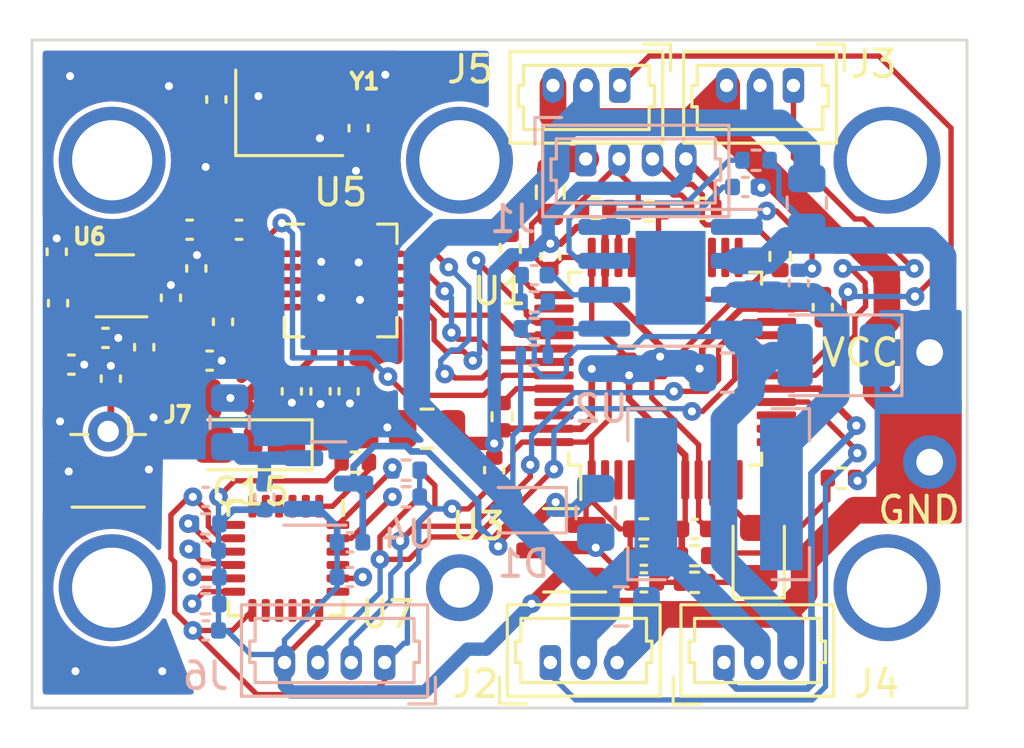
<source format=kicad_pcb>
(kicad_pcb (version 20221018) (generator pcbnew)
  (layers (0 "F.Cu" signal) (31 "B.Cu" signal) (34 "B.Paste" user) (35 "F.Paste" user) (36 "B.SilkS" user "B.Silkscreen") (37 "F.SilkS" user "F.Silkscreen") (38 "B.Mask" user) (39 "F.Mask" user) (44 "Edge.Cuts" user))
  (net 0 "")
  (net 1 "VPP")
  (net 2 "GNDD")
  (net 3 "Net-(U2-SS)")
  (net 4 "Net-(U2-COMP)")
  (net 5 "Net-(U3-VI)")
  (net 6 "Net-(U2-BS)")
  (net 7 "Net-(C3-Pad2)")
  (net 8 "Net-(U2-SW)")
  (net 9 "+3.3V")
  (net 10 "+5V")
  (net 11 "Net-(U4-VO)")
  (net 12 "+3V0")
  (net 13 "GND")
  (net 14 "Net-(C19-Pad2)")
  (net 15 "Net-(U5-XIN)")
  (net 16 "Net-(U5-XOUT)")
  (net 17 "Net-(C20-Pad2)")
  (net 18 "Net-(C25-Pad2)")
  (net 19 "Net-(C28-Pad1)")
  (net 20 "Net-(U5-TX)")
  (net 21 "VCOM")
  (net 22 "Net-(U5-RXn)")
  (net 23 "Net-(U5-RXp)")
  (net 24 "Net-(U6-J3)")
  (net 25 "Net-(U6-J2)")
  (net 26 "Net-(C22-Pad2)")
  (net 27 "/ADC_0")
  (net 28 "Net-(U6-J1)")
  (net 29 "Net-(U7-REGOUT)")
  (net 30 "Net-(J7-In)")
  (net 31 "Net-(U7-CPOUT)")
  (net 32 "/UART_TX")
  (net 33 "/SWCLK")
  (net 34 "/SWDIO")
  (net 35 "/UART_RX")
  (net 36 "Net-(C23-Pad2)")
  (net 37 "/MPU_SCL")
  (net 38 "Net-(D2-K)")
  (net 39 "/MPU_SDA")
  (net 40 "Net-(J1-Pin_1)")
  (net 41 "/AD0")
  (net 42 "Net-(J1-Pin_2)")
  (net 43 "Net-(J1-Pin_3)")
  (net 44 "Net-(U1-NRST)")
  (net 45 "Net-(U1-BOOT0)")
  (net 46 "Net-(U2-EN)")
  (net 47 "Net-(U2-FB)")
  (net 48 "Net-(U7-SCL)")
  (net 49 "Net-(U7-SDA)")
  (net 50 "/LED1")
  (net 51 "/TIM6")
  (net 52 "/TIM5")
  (net 53 "Net-(U7-FSYNC)")
  (net 54 "Net-(U7-CLKIN)")
  (net 55 "/TIM1")
  (net 56 "/TIM2")
  (net 57 "/TIM3")
  (net 58 "/TIM4")
  (net 59 "Net-(U7-INT)")
  (net 67 "/nRF_IRQ")
  (net 68 "/GPIO2")
  (net 70 "/GPIO3")
  (net 77 "/RF_SDN")
  (net 78 "/RF_SEL")
  (net 79 "/RF_MOSI")
  (net 80 "/RF_MISO")
  (net 81 "/RF_SCK")
  (net 84 "GNDPWR")
  (footprint "Capacitor_SMD:C_0402_1005Metric" (layer "F.Cu") (at 117.3 116.1 90)
    (fp_text reference "C12" hide)
    (fp_text value "0.1u")
  )
  (footprint "Resistor_SMD:R_0402_1005Metric" (layer "F.Cu") (at 130.3 116.4 180)
    (fp_text reference "R1" hide)
    (fp_text value "10k")
  )
  (footprint "Resistor_SMD:R_0402_1005Metric" (layer "F.Cu") (at 117.6 114.1 90)
    (fp_text reference "R4" hide)
    (fp_text value "1k")
  )
  (footprint "Capacitor_SMD:C_0402_1005Metric" (layer "F.Cu") (at 110.8 113.15 -90)
    (fp_text reference "C17" hide)
    (fp_text value "1000p")
  )
  (footprint "Capacitor_SMD:C_0402_1005Metric" (layer "F.Cu") (at 107.75 107.1 180)
    (fp_text reference "C22" hide)
    (fp_text value "2.2p")
  )
  (footprint "Resistor_SMD:R_0402_1005Metric" (layer "F.Cu") (at 128 108.1 -90)
    (fp_text reference "R15" hide)
    (fp_text value "100")
  )
  (footprint "Capacitor_SMD:C_0402_1005Metric" (layer "F.Cu") (at 106.15 108.55 -90)
    (fp_text reference "C21" hide)
    (fp_text value "3.9p")
  )
  (footprint "Package_QFP:LQFP-48_7x7mm_P0.5mm" (layer "F.Cu") (at 123.7 112.3 90)
    (fp_text reference "U1")
    (fp_text value "STM32F103C8Tx")
  )
  (footprint "Capacitor_Tantalum_SMD:CP_EIA-3216-18_Kemet-A" (layer "F.Cu") (at 108.175 115.15 180)
    (fp_text reference "C15")
    (fp_text value "10u")
  )
  (footprint "Inductor_SMD:L_0402_1005Metric" (layer "F.Cu") (at 106.15 110.55 90)
    (fp_text reference "L3" hide)
    (fp_text value "30n")
  )
  (footprint "Resistor_SMD:R_0402_1005Metric" (layer "F.Cu") (at 122.9 118.3)
    (fp_text reference "R3" hide)
    (fp_text value "1k")
  )
  (footprint "0_mylib:TestPoint_Pad_D1.0mm" (layer "F.Cu") (at 133.6 115.8)
    (fp_text reference "TP1" hide)
    (fp_text value "TestPoint")
  )
  (footprint "Resistor_SMD:R_0402_1005Metric" (layer "F.Cu") (at 124.8 120.3 180)
    (fp_text reference "R12" hide)
    (fp_text value "10k")
  )
  (footprint "Capacitor_SMD:C_0402_1005Metric" (layer "F.Cu") (at 112.225 103.3 90)
    (fp_text reference "C14" hide)
    (fp_text value "10p")
  )
  (footprint "Resistor_SMD:R_0402_1005Metric" (layer "F.Cu") (at 124.8 119.3 180)
    (fp_text reference "R2" hide)
    (fp_text value "1k")
  )
  (footprint "Capacitor_SMD:C_0402_1005Metric" (layer "F.Cu") (at 106.9 102.225 -90)
    (fp_text reference "C13" hide)
    (fp_text value "10p")
  )
  (footprint "Connector_Molex:Molex_PicoBlade_53047-0310_1x03_P1.25mm_Vertical" (layer "F.Cu") (at 122 101.7 180)
    (fp_text reference "J5")
    (fp_text value "Conn_01x03_Male")
  )
  (footprint "0_mylib:TestPoint_Pad_D1.0mm" (layer "F.Cu") (at 102.85 114.6)
    (fp_text reference "TP3" hide)
    (fp_text value "TestPoint")
  )
  (footprint "Inductor_SMD:L_0402_1005Metric" (layer "F.Cu") (at 108.15 110.55 90)
    (fp_text reference "L2" hide)
    (fp_text value "220n")
  )
  (footprint "0_mylib:TestPoint_Pad_D1.0mm" (layer "F.Cu") (at 133.6 111.7)
    (fp_text reference "TP2" hide)
    (fp_text value "TestPoint")
  )
  (footprint "Capacitor_SMD:C_0402_1005Metric" (layer "F.Cu") (at 124.8 118.3 180)
    (fp_text reference "C16" hide)
    (fp_text value "0.1u")
  )
  (footprint "Capacitor_SMD:C_0402_1005Metric" (layer "F.Cu") (at 102.75 111.15 180)
    (fp_text reference "C31" hide)
    (fp_text value "0.1u")
  )
  (footprint "Capacitor_SMD:C_0402_1005Metric" (layer "F.Cu") (at 105.9 107.1 180)
    (fp_text reference "C26" hide)
    (fp_text value "56p")
  )
  (footprint "Resistor_SMD:R_0402_1005Metric" (layer "F.Cu") (at 114 116.1 180)
    (fp_text reference "R22" hide)
    (fp_text value "100")
  )
  (footprint "Capacitor_SMD:C_0402_1005Metric" (layer "F.Cu") (at 122.9 120.3)
    (fp_text reference "C4" hide)
    (fp_text value "1u")
  )
  (footprint "Package_TO_SOT_SMD:SOT-363_SC-70-6" (layer "F.Cu") (at 103.1 109.2 180)
    (fp_text reference "U6")
    (fp_text value "PE4259")
  )
  (footprint "Inductor_SMD:L_0402_1005Metric" (layer "F.Cu") (at 108.15 108.535 -90)
    (fp_text reference "L4" hide)
    (fp_text value "56n")
  )
  (footprint "Capacitor_SMD:C_0402_1005Metric" (layer "F.Cu") (at 104.2 111.5 -90)
    (fp_text reference "C25" hide)
    (fp_text value "56p")
  )
  (footprint "Resistor_SMD:R_0402_1005Metric" (layer "F.Cu") (at 125.1 106.3 180)
    (fp_text reference "R17" hide)
    (fp_text value "10k")
  )
  (footprint "Capacitor_SMD:C_0402_1005Metric" (layer "F.Cu") (at 102.95 112.675 -90)
    (fp_text reference "C32" hide)
    (fp_text value "9.1p")
  )
  (footprint "Inductor_SMD:L_0402_1005Metric" (layer "F.Cu") (at 107.15 108.55 90)
    (fp_text reference "L6" hide)
    (fp_text value "51n")
  )
  (footprint "Resistor_SMD:R_0603_1608Metric" (layer "F.Cu") (at 119.4 105.7 90)
    (fp_text reference "R16" hide)
    (fp_text value "10k")
  )
  (footprint "LED_SMD:LED_0805_2012Metric" (layer "F.Cu") (at 127.2 119.2 90)
    (fp_text reference "D2" hide)
    (fp_text value "LED")
  )
  (footprint "Connector_Molex:Molex_PicoBlade_53047-0310_1x03_P1.25mm_Vertical" (layer "F.Cu") (at 125.9 123.3)
    (fp_text reference "J4")
    (fp_text value "Conn_01x03_Male")
  )
  (footprint "Capacitor_SMD:C_0402_1005Metric" (layer "F.Cu") (at 129.6 110 -90)
    (fp_text reference "C10" hide)
    (fp_text value "0.1u")
  )
  (footprint "Package_DFN_QFN:QFN-20-1EP_4x4mm_P0.5mm_EP2.6x2.6mm" (layer "F.Cu") (at 111.55 109)
    (fp_text reference "U5")
    (fp_text value "Si4463")
  )
  (footprint "Capacitor_SMD:C_0402_1005Metric" (layer "F.Cu") (at 100.975 109.85 90)
    (fp_text reference "C28" hide)
    (fp_text value "56p")
  )
  (footprint "Capacitor_SMD:C_0402_1005Metric" (layer "F.Cu") (at 100.925 107.925 -90)
    (fp_text reference "C27" hide)
    (fp_text value "0.1u")
  )
  (footprint "Resistor_SMD:R_0402_1005Metric" (layer "F.Cu") (at 112.1 115.8)
    (fp_text reference "R27" hide)
    (fp_text value "0")
  )
  (footprint "Resistor_SMD:R_0402_1005Metric" (layer "F.Cu") (at 123.1 106.4)
    (fp_text reference "R20" hide)
    (fp_text value "100 NC")
  )
  (footprint "Connector_Molex:Molex_PicoBlade_53047-0310_1x03_P1.25mm_Vertical" (layer "F.Cu") (at 128.5 101.7 180)
    (fp_text reference "J3")
    (fp_text value "Conn_01x03_Male")
  )
  (footprint "Capacitor_SMD:C_0402_1005Metric" (layer "F.Cu") (at 106.65 112 180)
    (fp_text reference "C23" hide)
    (fp_text value "9.1p")
  )
  (footprint "Sensor_Motion:InvenSense_QFN-24_4x4mm_P0.5mm" (layer "F.Cu") (at 109.5 119.4 -90)
    (fp_text reference "U7")
    (fp_text value "MPU-6050")
  )
  (footprint "Capacitor_SMD:C_0402_1005Metric" (layer "F.Cu") (at 101.475 112.15 180)
    (fp_text reference "C29" hide)
    (fp_text value "9.1p")
  )
  (footprint "Inductor_SMD:L_0402_1005Metric" (layer "F.Cu") (at 105.2 111.5 -90)
    (fp_text reference "L5" hide)
    (fp_text value "27n")
  )
  (footprint "Resistor_SMD:R_0402_1005Metric" (layer "F.Cu") (at 114 117.1 180)
    (fp_text reference "R21" hide)
    (fp_text value "100")
  )
  (footprint "Connector_Coaxial:U.FL_Hirose_U.FL-R-SMT-1_Vertical" (layer "F.Cu") (at 102.85 115.65 -90)
    (fp_text reference "J7")
    (fp_text value "Conn_Coaxial")
  )
  (footprint "Inductor_SMD:L_0402_1005Metric" (layer "F.Cu") (at 101.5 113.175)
    (fp_text reference "L8" hide)
    (fp_text value "15n")
  )
  (footprint "Capacitor_SMD:C_0402_1005Metric" (layer "F.Cu") (at 122.9 119.3)
    (fp_text reference "C7" hide)
    (fp_text value "1u")
  )
  (footprint "Crystal:Crystal_SMD_SeikoEpson_FA238-4Pin_3.2x2.5mm" (layer "F.Cu") (at 109.625 102.725)
    (fp_text reference "Y1")
    (fp_text value "16MHz")
  )
  (footprint "Capacitor_SMD:C_0402_1005Metric" (layer "F.Cu") (at 107.15 110.55 -90)
    (fp_text reference "C19" hide)
    (fp_text value "8.2p")
  )
  (footprint "Capacitor_SMD:C_0402_1005Metric" (layer "F.Cu") (at 109.725 113.15 -90)
    (fp_text reference "C35" hide)
    (fp_text value "0.1u")
  )
  (footprint "Capacitor_SMD:C_0402_1005Metric" (layer "F.Cu") (at 111.85 113.15 -90)
    (fp_text reference "C18" hide)
    (fp_text value "0.01u")
  )
  (footprint "Resistor_SMD:R_0805_2012Metric" (layer "F.Cu") (at 114.7875 114.55 180)
    (fp_text reference "R14" hide)
    (fp_text value "0")
  )
  (footprint "Package_TO_SOT_SMD:SOT-23" (layer "F.Cu") (at 119.8 119.1 180)
    (fp_text reference "U3")
    (fp_text value "XC6206PxxxMR")
  )
  (footprint "Resistor_SMD:R_0402_1005Metric" (layer "F.Cu") (at 117.9 107.8 -90)
    (fp_text reference "R18" hide)
    (fp_text value "100")
  )
  (footprint "Inductor_SMD:L_0402_1005Metric" (layer "F.Cu") (at 104.7 112.95 180)
    (fp_text reference "L7" hide)
    (fp_text value "22n")
  )
  (footprint "Capacitor_SMD:C_0402_1005Metric" (layer "F.Cu") (at 119.4 108.1 90)
    (fp_text reference "C11" hide)
    (fp_text value "0.1u")
  )
  (footprint "Resistor_SMD:R_0402_1005Metric" (layer "F.Cu") (at 121.1 106.3)
    (fp_text reference "R19" hide)
    (fp_text value "100")
  )
  (footprint "Connector_Molex:Molex_PicoBlade_53047-0310_1x03_P1.25mm_Vertical" (layer "F.Cu") (at 119.4 123.3)
    (fp_text reference "J2")
    (fp_text value "Conn_01x03_Male")
  )
  (footprint "Capacitor_SMD:C_0402_1005Metric" (layer "F.Cu") (at 105.2 109.65 -90)
    (fp_text reference "C20" hide)
    (fp_text value "13p")
  )
  (footprint "Capacitor_SMD:C_0402_1005Metric" (layer "B.Cu") (at 126.7 105.5)
    (fp_text reference "C2" hide)
    (fp_text value "0.1u")
  )
  (footprint "Connector_Molex:Molex_PicoBlade_53047-0410_1x04_P1.25mm_Vertical" (layer "B.Cu") (at 120.725 104.45)
    (fp_text reference "J1")
    (fp_text value "Conn_01x04_Male")
  )
  (footprint "Capacitor_SMD:C_0402_1005Metric" (layer "B.Cu") (at 118.8 108.8 180)
    (fp_text reference "C3" hide)
    (fp_text value "3900p")
  )
  (footprint "Inductor_SMD:L_Bourns-SRN6028" (layer "B.Cu") (at 125.7 117 180)
    (fp_text reference "L1" hide)
    (fp_text value "10u")
  )
  (footprint "Resistor_SMD:R_0402_1005Metric" (layer "B.Cu") (at 106.5 120.1 180)
    (fp_text reference "R26" hide)
    (fp_text value "0")
  )
  (footprint "Resistor_SMD:R_0402_1005Metric" (layer "B.Cu") (at 118.8 111.8)
    (fp_text reference "R9" hide)
    (fp_text value "8.2k")
  )
  (footprint "Capacitor_SMD:C_0402_1005Metric" (layer "B.Cu") (at 111.9 118.8 180)
    (fp_text reference "C6" hide)
    (fp_text value "1u")
  )
  (footprint "Package_TO_SOT_SMD:SOT-23" (layer "B.Cu") (at 111.1 116.6)
    (fp_text reference "U4")
    (fp_text value "XC6206PxxxMR")
  )
  (footprint "Resistor_SMD:R_0402_1005Metric" (layer "B.Cu") (at 127.1 104.5 180)
    (fp_text reference "R5" hide)
    (fp_text value "100k")
  )
  (footprint "Resistor_SMD:R_0402_1005Metric" (layer "B.Cu") (at 106.5 118.11 180)
    (fp_text reference "R24" hide)
    (fp_text value "0")
  )
  (footprint "Resistor_SMD:R_0402_1005Metric" (layer "B.Cu") (at 114 116.1)
    (fp_text reference "R23" hide)
    (fp_text value "12k")
  )
  (footprint "Capacitor_SMD:C_0402_1005Metric" (layer "B.Cu") (at 108.7 117.1 -90)
    (fp_text reference "C9" hide)
    (fp_text value "1u")
  )
  (footprint "Capacitor_Tantalum_SMD:CP_EIA-3528-21_Kemet-B" (layer "B.Cu") (at 130.1 111.8 180)
    (fp_text reference "C1" hide)
    (fp_text value "10u")
  )
  (footprint "Capacitor_SMD:C_0402_1005Metric" (layer "B.Cu") (at 111.9 120.1 180)
    (fp_text reference "C34" hide)
    (fp_text value "2200p")
  )
  (footprint "Diode_SMD:D_SOD-323" (layer "B.Cu") (at 118.5 117.6 180)
    (fp_text reference "D1")
    (fp_text value "BAT48JFILM")
  )
  (footprint "Connector_Molex:Molex_PicoBlade_53047-0410_1x04_P1.25mm_Vertical" (layer "B.Cu") (at 113.2 123.3 180)
    (fp_text reference "J6")
    (fp_text value "Conn_01x04_Male")
  )
  (footprint "Capacitor_SMD:C_0402_1005Metric" (layer "B.Cu") (at 106.5 122.1)
    (fp_text reference "C33" hide)
    (fp_text value "0.1u")
  )
  (footprint "Resistor_SMD:R_0805_2012Metric" (layer "B.Cu") (at 107.4 114.3125 90)
    (fp_text reference "R13" hide)
    (fp_text value "0")
  )
  (footprint "Capacitor_SMD:C_0402_1005Metric" (layer "B.Cu") (at 106.5 119.11)
    (fp_text reference "C30" hide)
    (fp_text value "0.1u")
  )
  (footprint "Resistor_SMD:R_0402_1005Metric" (layer "B.Cu") (at 114 117.1)
    (fp_text reference "R25" hide)
    (fp_text value "12k")
  )
  (footprint "Resistor_SMD:R_0402_1005Metric" (layer "B.Cu") (at 118.8 110.8 180)
    (fp_text reference "R10" hide)
    (fp_text value "2k")
  )
  (footprint "Resistor_SMD:R_0805_2012Metric" (layer "B.Cu") (at 129 106.1 90)
    (fp_text reference "R8" hide)
    (fp_text value "0 NC")
  )
  (footprint "Capacitor_SMD:C_0402_1005Metric" (layer "B.Cu") (at 128.7 109.1 -90)
    (fp_text reference "C5" hide)
    (fp_text value "0.01u")
  )
  (footprint "Resistor_SMD:R_0805_2012Metric" (layer "B.Cu") (at 126.025 112.45 180)
    (fp_text reference "R11" hide)
    (fp_text value "0")
  )
  (footprint "Capacitor_SMD:C_0805_2012Metric" (layer "B.Cu") (at 122.05 121.2)
    (fp_text reference "C8" hide)
    (fp_text value "22u 10V")
  )
  (footprint "Package_SO:SOIC-8-1EP_3.9x4.9mm_P1.27mm_EP2.62x3.51mm" (layer "B.Cu") (at 123.9 108.9 180)
    (fp_text reference "U2")
    (fp_text value "MP2303ADN")
  )
  (footprint "Capacitor_SMD:C_0402_1005Metric" (layer "B.Cu") (at 106.5 117.1)
    (fp_text reference "C24" hide)
    (fp_text value "0.01u")
  )
  (footprint "Resistor_SMD:R_0402_1005Metric" (layer "B.Cu") (at 106.5 121.1 180)
    (fp_text reference "R28" hide)
    (fp_text value "12k")
  )
  (footprint "Resistor_SMD:R_0805_2012Metric" (layer "B.Cu") (at 121.1 117.7 -90)
    (fp_text reference "R7" hide)
    (fp_text value "0")
  )
  (footprint "Resistor_SMD:R_0402_1005Metric" (layer "B.Cu") (at 118.8 109.8)
    (fp_text reference "R6" hide)
    (fp_text value "6.8k")
  )
  (gr_rect locked (start 100 100) (end 135 125) (stroke (width 0.1)) (fill none) (layer "Edge.Cuts"))
  (gr_text "GND" (at 133.2 117.6) (layer "F.SilkS") (effects (font (size 1 1))))
  (gr_text "VCC" (at 131 111.7) (layer "F.SilkS") (effects (font (size 1 1))))
  (via locked (at 103 104.5) (size 4) (drill 3) (layers "F.Cu" "B.Cu") (net 0))
  (via locked (at 132 120.5) (size 4) (drill 3) (layers "F.Cu" "B.Cu") (net 0))
  (via locked (at 103 120.5) (size 4) (drill 3) (layers "F.Cu" "B.Cu") (net 0))
  (via locked (at 116 120.5) (size 2.5) (drill 1.5) (layers "F.Cu" "B.Cu") (net 0))
  (via locked (at 132 104.5) (size 4) (drill 3) (layers "F.Cu" "B.Cu") (net 0))
  (via locked (at 116 104.5) (size 4) (drill 3) (layers "F.Cu" "B.Cu") (net 0))
  (segment (start 130.81 116.41) (end 130.81 116.4) (width 0.2) (layer "F.Cu") (net 1))
  (segment (start 130.9 116.5) (end 130.81 116.41) (width 0.2) (layer "F.Cu") (net 1))
  (via (at 133.6 111.7) (size 2) (drill 1) (layers "F.Cu" "B.Cu") (net 1))
  (via (at 130.9 116.5) (size 0.7) (drill 0.3) (layers "F.Cu" "B.Cu") (net 1))
  (segment (start 130.9 116.5) (end 131.6375 115.7625) (width 0.2) (layer "B.Cu") (net 1))
  (segment (start 127.61 104.5) (end 127.61 104.51) (width 0.2) (layer "B.Cu") (net 1))
  (segment (start 134.1 108.1) (end 133.5 107.5) (width 1) (layer "B.Cu") (net 1))
  (segment (start 127.953657 104.853657) (end 127.953657 105.853657) (width 0.2) (layer "B.Cu") (net 1))
  (segment (start 129 106.9) (end 129 107.0125) (width 0.2) (layer "B.Cu") (net 1))
  (segment (start 131.6375 115.7625) (end 131.6375 111.8) (width 0.2) (layer "B.Cu") (net 1))
  (segment (start 128.2625 107.5) (end 127.4975 108.265) (width 1) (layer "B.Cu") (net 1))
  (segment (start 131.7375 111.7) (end 131.6375 111.8) (width 1) (layer "B.Cu") (net 1))
  (segment (start 134.1 111.2) (end 134.1 108.1) (width 1) (layer "B.Cu") (net 1))
  (segment (start 127.61 104.51) (end 127.953657 104.853657) (width 0.2) (layer "B.Cu") (net 1))
  (segment (start 133.6 111.7) (end 134.1 111.2) (width 1) (layer "B.Cu") (net 1))
  (segment (start 133.6 111.7) (end 131.7375 111.7) (width 1) (layer "B.Cu") (net 1))
  (segment (start 133.5 107.5) (end 128.2625 107.5) (width 1) (layer "B.Cu") (net 1))
  (segment (start 127.4975 108.265) (end 126.38 108.265) (width 1) (layer "B.Cu") (net 1))
  (segment (start 127.953657 105.853657) (end 129 106.9) (width 0.2) (layer "B.Cu") (net 1))
  (segment (start 123.38 120.3) (end 124.29 120.3) (width 0.2) (layer "F.Cu") (net 2))
  (segment (start 119.75 120.05) (end 120.7375 120.05) (width 0.5) (layer "F.Cu") (net 2))
  (segment (start 110.7 121.85533) (end 109.45 123.10533) (width 0.2) (layer "F.Cu") (net 2))
  (segment (start 120.95 114.15) (end 120.55 114.55) (width 0.25) (layer "F.Cu") (net 2))
  (segment (start 120.4 107) (end 121.2 107) (width 0.25) (layer "F.Cu") (net 2))
  (segment (start 120.75 120.05) (end 121.7 121) (width 0.25) (layer "F.Cu") (net 2))
  (segment (start 119.4 107.62) (end 119.78 107.62) (width 0.25) (layer "F.Cu") (net 2))
  (segment (start 116.25 115.1) (end 115.7 114.55) (width 0.5) (layer "F.Cu") (net 2))
  (segment (start 120.55 114.55) (end 119.5375 114.55) (width 0.25) (layer "F.Cu") (net 2))
  (segment (start 127.8625 110.05) (end 129.17 110.05) (width 0.25) (layer "F.Cu") (net 2))
  (segment (start 111.59 115.91) (end 111 116.5) (width 0.2) (layer "F.Cu") (net 2))
  (segment (start 107.9 116.5) (end 107.58 116.5) (width 0.2) (layer "F.Cu") (net 2))
  (segment (start 109.45 123.10533) (end 109.45 123.3) (width 0.2) (layer "F.Cu") (net 2))
  (segment (start 122.3495 113.45054) (end 124.45 115.55104) (width 0.25) (layer "F.Cu") (net 2))
  (segment (start 126.55104 110.05) (end 127.8625 110.05) (width 0.25) (layer "F.Cu") (net 2))
  (segment (start 129.17 110.05) (end 129.6 110.48) (width 0.25) (layer "F.Cu") (net 2))
  (segment (start 124.45 115.55104) (end 124.45 116.4625) (width 0.25) (layer "F.Cu") (net 2))
  (segment (start 124.32 119.48) (end 124.32 118.3) (width 0.25) (layer "F.Cu") (net 2))
  (segment (start 111.59 115.8) (end 111.59 115.91) (width 0.2) (layer "F.Cu") (net 2))
  (segment (start 118.7 121.1) (end 119.75 120.05) (width 0.5) (layer "F.Cu") (net 2))
  (segment (start 121.45 109.384314) (end 121.45 108.1375) (width 0.25) (layer "F.Cu") (net 2))
  (segment (start 123.50962 111.443934) (end 121.45 109.384314) (width 0.25) (layer "F.Cu") (net 2))
  (segment (start 123.50962 111.8505) (end 123.50962 111.443934) (width 0.25) (layer "F.Cu") (net 2))
  (segment (start 125.61 106.3) (end 125.61 105.585) (width 0.25) (layer "F.Cu") (net 2))
  (segment (start 110.75 121.35) (end 110.7 121.4) (width 0.2) (layer "F.Cu") (net 2))
  (segment (start 122.3495 112.5495) (end 122.3495 113.45054) (width 0.25) (layer "F.Cu") (net 2))
  (segment (start 119.78 107.62) (end 120.4 107) (width 0.25) (layer "F.Cu") (net 2))
  (segment (start 117.3 115.1) (end 117.3 114.71) (width 0.2) (layer "F.Cu") (net 2))
  (segment (start 125.0875 111.51354) (end 126.55104 110.05) (width 0.25) (layer "F.Cu") (net 2))
  (segment (start 121.2 107) (end 121.45 107.25) (width 0.25) (layer "F.Cu") (net 2))
  (segment (start 121.45 107.25) (end 121.45 108.1375) (width 0.25) (layer "F.Cu") (net 2))
  (segment (start 107.58 116.5) (end 106.98 117.1) (width 0.2) (layer "F.Cu") (net 2))
  (segment (start 120.95 112.309766) (end 120.95 114.15) (width 0.25) (layer "F.Cu") (net 2))
  (segment (start 117.3 115.1) (end 116.25 115.1) (width 0.5) (layer "F.Cu") (net 2))
  (segment (start 119.5375 114.55) (end 117.46 114.55) (width 0.25) (layer "F.Cu") (net 2))
  (segment (start 110.7 121.4) (end 110.7 121.85533) (width 0.2) (layer "F.Cu") (net 2))
  (segment (start 121.7 121) (end 122.8 121) (width 0.25) (layer "F.Cu") (net 2))
  (segment (start 124.45 118.17) (end 124.32 118.3) (width 0.2) (layer "F.Cu") (net 2))
  (segment (start 117.46 114.55) (end 117.3 114.71) (width 0.25) (layer "F.Cu") (net 2))
  (segment (start 125.61 105.585) (end 124.475 104.45) (width 0.25) (layer "F.Cu") (net 2))
  (segment (start 120.7375 120.05) (end 120.75 120.05) (width 0.25) (layer "F.Cu") (net 2))
  (segment (start 117.3 115.62) (end 117.3 115.1) (width 0.2) (layer "F.Cu") (net 2))
  (segment (start 122.8 121) (end 124.32 119.48) (width 0.25) (layer "F.Cu") (net 2))
  (segment (start 125.0875 112.6) (end 125.0875 111.51354) (width 0.25) (layer "F.Cu") (net 2))
  (segment (start 123.38 119.3) (end 123.38 120.3) (width 0.2) (layer "F.Cu") (net 2))
  (segment (start 124.45 116.4625) (end 124.45 118.17) (width 0.2) (layer "F.Cu") (net 2))
  (segment (start 111 116.5) (end 107.89 116.5) (width 0.2) (layer "F.Cu") (net 2))
  (via (at 119.4 107.62) (size 0.7) (drill 0.3) (layers "F.Cu" "B.Cu") (net 2))
  (via (at 106.98 117.1) (size 0.7) (drill 0.3) (layers "F.Cu" "B.Cu") (net 2))
  (via (at 123.50962 111.8505) (size 0.7) (drill 0.3) (layers "F.Cu" "B.Cu") (net 2))
  (via (at 124.9875 112.3) (size 0.7) (drill 0.3) (layers "F.Cu" "B.Cu") (net 2))
  (via (at 120.95 112.309766) (size 0.7) (drill 0.3) (layers "F.Cu" "B.Cu") (net 2))
  (via (at 122.3495 112.5495) (size 0.7) (drill 0.3) (layers "F.Cu" "B.Cu") (net 2))
  (via (at 117.3 115.1) (size 0.7) (drill 0.3) (layers "F.Cu" "B.Cu") (net 2))
  (via (at 118.7 121.1) (size 0.7) (drill 0.3) (layers "F.Cu" "B.Cu") (net 2))
  (segment (start 120.472182 105.55) (end 119.322182 106.7) (width 0.5) (layer "B.Cu") (net 2))
  (segment (start 111.42 120.1) (end 111.42 120.48) (width 0.2) (layer "B.Cu") (net 2))
  (segment (start 109.15 123) (end 109.45 123.3) (width 0.2) (layer "B.Cu") (net 2))
  (segment (start 124.475 104.45) (end 124.475 105.125) (width 0.5) (layer "B.Cu") (net 2))
  (segment (start 107.29 122.1) (end 108.19 123) (width 0.2) (layer "B.Cu") (net 2))
  (segment (start 117.935614 108.04) (end 117.3 108.675614) (width 0.5) (layer "B.Cu") (net 2))
  (segment (start 108.19 123) (end 109.15 123) (width 0.2) (layer "B.Cu") (net 2))
  (segment (start 123.03137 112.3) (end 123.23087 112.1005) (width 1) (layer "B.Cu") (net 2))
  (segment (start 112.5 124.4) (end 114.7 124.4) (width 0.5) (layer "B.Cu") (net 2))
  (segment (start 123.23087 112.1005) (end 124.588 112.1005) (width 1) (layer "B.Cu") (net 2))
  (segment (start 117 122.8) (end 118.7 121.1) (width 0.5) (layer "B.Cu") (net 2))
  (segment (start 116.3 122.8) (end 116.7 122.8) (width 0.5) (layer "B.Cu") (net 2))
  (segment (start 124.475 105.125) (end 124.05 105.55) (width 0.5) (layer "B.Cu") (net 2))
  (segment (start 119.322182 106.7) (end 119.322182 107.377818) (width 0.5) (layer "B.Cu") (net 2))
  (segment (start 119.322182 107.377818) (end 118.66 108.04) (width 0.5) (layer "B.Cu") (net 2))
  (segment (start 115.3 123.8) (end 116.3 122.8) (width 0.5) (layer "B.Cu") (net 2))
  (segment (start 118.66 108.04) (end 117.935614 108.04) (width 0.5) (layer "B.Cu") (net 2))
  (segment (start 109.45 122.45) (end 109.45 123.3) (width 0.2) (layer "B.Cu") (net 2))
  (segment (start 114.7 124.4) (end 115.3 123.8) (width 0.5) (layer "B.Cu") (net 2))
  (segment (start 124.588 112.1005) (end 125.0875 112.6) (width 1) (layer "B.Cu") (net 2))
  (segment (start 109.45 123.3) (end 109.45 124.15) (width 0.5) (layer "B.Cu") (net 2))
  (segment (start 111.42 118.8) (end 111.42 118.22) (width 0.25) (layer "B.Cu") (net 2))
  (segment (start 110.75 117.55) (end 110.1625 117.55) (width 0.25) (layer "B.Cu") (net 2))
  (segment (start 110.1325 117.58) (end 108.7 117.58) (width 0.25) (layer "B.Cu") (net 2))
  (segment (start 120.95 112.309766) (end 120.959766 112.3) (width 1) (layer "B.Cu") (net 2))
  (segment (start 109.7 124.4) (end 112.5 124.4) (width 0.5) (layer "B.Cu") (net 2))
  (segment (start 116.7 122.8) (end 117 122.8) (width 0.5) (layer "B.Cu") (net 2))
  (segment (start 117.3 108.675614) (end 117.3 115.1) (width 0.5) (layer "B.Cu") (net 2))
  (segment (start 108.7 117.58) (end 107.54 117.58) (width 0.25) (layer "B.Cu") (net 2))
  (segment (start 107.54 117.58) (end 107.01 118.11) (width 0.25) (layer "B.Cu") (net 2))
  (segment (start 109.45 124.15) (end 109.7 124.4) (width 0.5) (layer "B.Cu") (net 2))
  (segment (start 110.1625 117.55) (end 110.1325 117.58) (width 0.25) (layer "B.Cu") (net 2))
  (segment (start 111.42 120.1) (end 111.42 118.8) (width 0.2) (layer "B.Cu") (net 2))
  (segment (start 106.98 122.1) (end 106.98 117.1) (width 0.2) (layer "B.Cu") (net 2))
  (segment (start 120.959766 112.3) (end 123.03137 112.3) (width 1) (layer "B.Cu") (net 2))
  (segment (start 111.42 118.22) (end 110.75 117.55) (width 0.25) (layer "B.Cu") (net 2))
  (segment (start 124.05 105.55) (end 120.472182 105.55) (width 0.5) (layer "B.Cu") (net 2))
  (segment (start 111.42 120.48) (end 109.45 122.45) (width 0.2) (layer "B.Cu") (net 2))
  (segment (start 124.868604 106.5) (end 121.915 106.5) (width 0.2) (layer "B.Cu") (net 3))
  (segment (start 121.915 106.5) (end 121.42 106.995) (width 0.2) (layer "B.Cu") (net 3))
  (segment (start 125.868604 105.5) (end 124.868604 106.5) (width 0.2) (layer "B.Cu") (net 3))
  (segment (start 126.22 105.5) (end 125.868604 105.5) (width 0.2) (layer "B.Cu") (net 3))
  (segment (start 119.5 108.8) (end 120.235 109.535) (width 0.2) (layer "B.Cu") (net 4))
  (segment (start 120.235 109.535) (end 121.42 109.535) (width 0.2) (layer "B.Cu") (net 4))
  (segment (start 119.28 108.8) (end 119.5 108.8) (width 0.2) (layer "B.Cu") (net 4))
  (segment (start 122.4005 120.3) (end 121.1 118.9995) (width 0.2) (layer "F.Cu") (net 5))
  (segment (start 121.1 118.9995) (end 118.963 118.9995) (width 0.5) (layer "F.Cu") (net 5))
  (segment (start 122.42 120.3) (end 122.4005 120.3) (width 0.2) (layer "F.Cu") (net 5))
  (segment (start 118.963 118.9995) (end 118.8625 119.1) (width 0.5) (layer "F.Cu") (net 5))
  (via (at 121.1 118.9995) (size 0.7) (drill 0.3) (layers "F.Cu" "B.Cu") (net 5))
  (segment (start 121.1 118.9995) (end 121.1 118.6125) (width 0.2) (layer "B.Cu") (net 5))
  (segment (start 129.198512 107.729882) (end 127.86863 106.4) (width 0.2) (layer "F.Cu") (net 6))
  (segment (start 127.86863 106.4) (end 127.5 106.4) (width 0.2) (layer "F.Cu") (net 6))
  (segment (start 129.198512 108.5505) (end 129.198512 107.729882) (width 0.2) (layer "F.Cu") (net 6))
  (via (at 129.198512 108.5505) (size 0.7) (drill 0.3) (layers "F.Cu" "B.Cu") (net 6))
  (via (at 127.5 106.4) (size 0.7) (drill 0.3) (layers "F.Cu" "B.Cu") (net 6))
  (segment (start 126.905 106.995) (end 126.38 106.995) (width 0.2) (layer "B.Cu") (net 6))
  (segment (start 127.5 106.4) (end 126.905 106.995) (width 0.2) (layer "B.Cu") (net 6))
  (segment (start 118.29 108.83) (end 118.32 108.8) (width 0.2) (layer "B.Cu") (net 7))
  (segment (start 118.29 109.8) (end 118.29 108.83) (width 0.2) (layer "B.Cu") (net 7))
  (segment (start 127.835 109.535) (end 127.88 109.58) (width 1) (layer "B.Cu") (net 8))
  (segment (start 126.38 109.535) (end 127.835 109.535) (width 1) (layer "B.Cu") (net 8))
  (segment (start 130.1 110.469638) (end 129.230362 109.6) (width 1) (layer "B.Cu") (net 8))
  (segment (start 128.05 115.35) (end 130.1 113.3) (width 1) (layer "B.Cu") (net 8))
  (segment (start 127.88 109.58) (end 128.7 109.58) (width 1) (layer "B.Cu") (net 8))
  (segment (start 129.230362 109.6) (end 128.7 109.6) (width 1) (layer "B.Cu") (net 8))
  (segment (start 130.1 113.3) (end 130.1 110.469638) (width 1) (layer "B.Cu") (net 8))
  (segment (start 128.05 117) (end 128.05 115.35) (width 1) (layer "B.Cu") (net 8))
  (segment (start 120.95 114.85) (end 120.95 116.4625) (width 0.2) (layer "F.Cu") (net 9))
  (segment (start 123.2 112.480761) (end 122.618739 111.8995) (width 0.2) (layer "F.Cu") (net 9))
  (segment (start 124.95 115.15) (end 123.2 113.4) (width 0.2) (layer "F.Cu") (net 9))
  (segment (start 124.3 111.7) (end 124.3 112.1) (width 0.2) (layer "F.Cu") (net 9))
  (segment (start 120.95 110.55) (end 122.2 111.8) (width 0.2) (layer "F.Cu") (net 9))
  (segment (start 121.6 112.18988) (end 121.6 114.2) (width 0.2) (layer "F.Cu") (net 9))
  (segment (start 123.3 112.6) (end 123.2 112.5) (width 0.2) (layer "F.Cu") (net 9))
  (segment (start 123.2 113.4) (end 123.2 112.480761) (width 0.2) (layer "F.Cu") (net 9))
  (segment (start 106.02 122.1) (end 108.42 124.5) (width 0.2) (layer "F.Cu") (net 9))
  (segment (start 123.655789 112.6) (end 123.3 112.6) (width 0.2) (layer "F.Cu") (net 9))
  (segment (start 119.5375 115.05) (end 120.75 115.05) (width 0.2) (layer "F.Cu") (net 9))
  (segment (start 106.02 122.1) (end 105.34 121.42) (width 0.2) (layer "F.Cu") (net 9))
  (segment (start 123.8995 112.5005) (end 123.755289 112.5005) (width 0.2) (layer "F.Cu") (net 9))
  (segment (start 105.34 119.54) (end 105.2 119.4) (width 0.2) (layer "F.Cu") (net 9))
  (segment (start 107.05 118.65) (end 106.6 118.2) (width 0.2) (layer "F.Cu") (net 9))
  (segment (start 105.34 121.42) (end 105.34 119.54) (width 0.2) (layer "F.Cu") (net 9))
  (segment (start 106.02 122.1) (end 107.5 122.1) (width 0.2) (layer "F.Cu") (net 9))
  (segment (start 118.35 115.05) (end 117.9995 115.4005) (width 0.2) (layer "F.Cu") (net 9))
  (segment (start 124.3 112.1) (end 123.8995 112.5005) (width 0.2) (layer "F.Cu") (net 9))
  (segment (start 120.75 115.05) (end 121 114.8) (width 0.2) (layer "F.Cu") (net 9))
  (segment (start 105.875 117.1) (end 106.02 117.1) (width 0.2) (layer "F.Cu") (net 9))
  (segment (start 118.7 108) (end 119.28 108.58) (width 0.2) (layer "F.Cu") (net 9))
  (segment (start 119.28 108.58) (end 119.4 108.58) (width 0.2) (layer "F.Cu") (net 9))
  (segment (start 120.95 117.25) (end 122 118.3) (width 0.2) (layer "F.Cu") (net 9))
  (segment (start 106.6 118.2) (end 106.6 117.68) (width 0.2) (layer "F.Cu") (net 9))
  (segment (start 107.24 118.65) (end 107.05 118.65) (width 0.2) (layer "F.Cu") (net 9))
  (segment (start 122.618739 111.8995) (end 122.519239 111.8) (width 0.2) (layer "F.Cu") (net 9))
  (segment (start 122.39 119.51) (end 122.39 118.3) (width 0.2) (layer "F.Cu") (net 9))
  (segment (start 119.5375 115.05) (end 118.35 115.05) (width 0.2) (layer "F.Cu") (net 9))
  (segment (start 124.95 116.4625) (end 124.95 115.15) (width 0.2) (layer "F.Cu") (net 9))
  (segment (start 119.4 106.525) (end 119.075 106.525) (width 0.2) (layer "F.Cu") (net 9))
  (segment (start 118.7 106.9) (end 118.7 108) (width 0.2) (layer "F.Cu") (net 9))
  (segment (start 105.2 119.4) (end 105.2 117.775) (width 0.2) (layer "F.Cu") (net 9))
  (segment (start 124.95 117.97) (end 125.28 118.3) (width 0.2) (layer "F.Cu") (net 9))
  (segment (start 126.871016 109.55) (end 126.846015 109.575) (width 0.2) (layer "F.Cu") (net 9))
  (segment (start 126.846015 109.575) (end 126.425 109.575) (width 0.2) (layer "F.Cu") (net 9))
  (segment (start 116.3295 117.5505) (end 117.3 116.58) (width 0.2) (layer "F.Cu") (net 9))
  (segment (start 124.95 116.4625) (end 124.95 117.97) (width 0.2) (layer "F.Cu") (net 9))
  (segment (start 107.5 122.1) (end 108.25 121.35) (width 0.2) (layer "F.Cu") (net 9))
  (segment (start 105.2 117.775) (end 105.875 117.1) (width 0.2) (layer "F.Cu") (net 9))
  (segment (start 120.95 116.4625) (end 120.95 117.25) (width 0.2) (layer "F.Cu") (net 9))
  (segment (start 108.42 124.5) (end 112.7 124.5) (width 0.2) (layer "F.Cu") (net 9))
  (segment (start 123.755289 112.5005) (end 123.655789 112.6) (width 0.2) (layer "F.Cu") (net 9))
  (segment (start 113.2 124) (end 113.2 123.3) (width 0.2) (layer "F.Cu") (net 9))
  (segment (start 121.98988 111.8) (end 121.6 112.18988) (width 0.2) (layer "F.Cu") (net 9))
  (segment (start 122.519239 111.8) (end 121.98988 111.8) (width 0.2) (layer "F.Cu") (net 9))
  (segment (start 112.7 124.5) (end 113.2 124) (width 0.2) (layer "F.Cu") (net 9))
  (segment (start 106.6 117.68) (end 106.02 117.1) (width 0.2) (layer "F.Cu") (net 9))
  (segment (start 119.8425 108.1375) (end 120.95 108.1375) (width 0.2) (layer "F.Cu") (net 9))
  (segment (start 127.8625 109.55) (end 126.871016 109.55) (width 0.2) (layer "F.Cu") (net 9))
  (segment (start 122.2 111.8) (end 122.519239 111.8) (width 0.2) (layer "F.Cu") (net 9))
  (segment (start 122 118.3) (end 122.39 118.3) (width 0.2) (layer "F.Cu") (net 9))
  (segment (start 127.8625 109.55) (end 129.57 109.55) (width 0.2) (layer "F.Cu") (net 9))
  (segment (start 126.425 109.575) (end 124.3 111.7) (width 0.2) (layer "F.Cu") (net 9))
  (segment (start 117.9995 115.8805) (end 117.3 116.58) (width 0.2) (layer "F.Cu") (net 9))
  (segment (start 117.9995 115.4005) (end 117.9995 115.8805) (width 0.2) (layer "F.Cu") (net 9))
  (segment (start 119.075 106.525) (end 118.7 106.9) (width 0.2) (layer "F.Cu") (net 9))
  (segment (start 115.724555 117.5505) (end 116.3295 117.5505) (width 0.2) (layer "F.Cu") (net 9))
  (segment (start 121.6 114.2) (end 120.95 114.85) (width 0.2) (layer "F.Cu") (net 9))
  (segment (start 119.4 108.58) (end 119.8425 108.1375) (width 0.2) (layer "F.Cu") (net 9))
  (segment (start 120.95 108.1375) (end 120.95 110.55) (width 0.2) (layer "F.Cu") (net 9))
  (segment (start 129.57 109.55) (end 129.6 109.52) (width 0.2) (layer "F.Cu") (net 9))
  (segment (start 120.7375 117.4625) (end 120.95 117.25) (width 0.2) (layer "F.Cu") (net 9))
  (segment (start 120.7375 118.15) (end 120.7375 117.4625) (width 0.2) (layer "F.Cu") (net 9))
  (via (at 106.02 117.1) (size 0.7) (drill 0.3) (layers "F.Cu" "B.Cu") (net 9))
  (via (at 106.02 122.1) (size 0.7) (drill 0.3) (layers "F.Cu" "B.Cu") (net 9))
  (via (at 115.724555 117.5505) (size 0.7) (drill 0.3) (layers "F.Cu" "B.Cu") (net 9))
  (segment (start 114.05 122.575) (end 113.925 122.575) (width 0.2) (layer "B.Cu") (net 9))
  (segment (start 114.9495 117.5505) (end 114.475 118.025) (width 0.2) (layer "B.Cu") (net 9))
  (segment (start 115.724555 117.5505) (end 114.9605 117.5505) (width 0.2) (layer "B.Cu") (net 9))
  (segment (start 114.475 118.025) (end 114.475 119.525) (width 0.2) (layer "B.Cu") (net 9))
  (segment (start 114.9605 117.5505) (end 114.51 117.1) (width 0.2) (layer "B.Cu") (net 9))
  (segment (start 115.724555 117.5505) (end 114.9495 117.5505) (width 0.2) (layer "B.Cu") (net 9))
  (segment (start 114.05 119.95) (end 114.05 122.575) (width 0.2) (layer "B.Cu") (net 9))
  (segment (start 114.475 119.525) (end 114.05 119.95) (width 0.2) (layer "B.Cu") (net 9))
  (segment (start 114.51 116.1) (end 114.51 117.1) (width 0.2) (layer "B.Cu") (net 9))
  (segment (start 113.925 122.575) (end 113.2 123.3) (width 0.2) (layer "B.Cu") (net 9))
  (segment (start 120.65 122.25) (end 121.5 121.4) (width 1) (layer "B.Cu") (net 10))
  (segment (start 120.65 123.3) (end 120.65 122.25) (width 1) (layer "B.Cu") (net 10))
  (segment (start 119.625 103.627208) (end 119.625 104.975) (width 1) (layer "B.Cu") (net 10))
  (segment (start 128 103.1) (end 127 103.1) (width 1) (layer "B.Cu") (net 10))
  (segment (start 118.29 111.8) (end 118.29 114.51) (width 0.2) (layer "B.Cu") (net 10))
  (segment (start 129 105.1875) (end 129 104.1) (width 1) (layer "B.Cu") (net 10))
  (segment (start 124.175 119.575) (end 127.15 122.55) (width 1) (layer "B.Cu") (net 10))
  (segment (start 119.625 104.975) (end 117.4 107.2) (width 1) (layer "B.Cu") (net 10))
  (segment (start 121.5 120.431497) (end 122.356497 119.575) (width 1) (layer "B.Cu") (net 10))
  (segment (start 118 117.4) (end 117.85 117.55) (width 0.2) (layer "B.Cu") (net 10))
  (segment (start 127.25 102.85) (end 127 103.1) (width 1) (layer "B.Cu") (net 10))
  (segment (start 119.625 103.627208) (end 120.75 102.502208) (width 1) (layer "B.Cu") (net 10))
  (segment (start 122.356497 119.575) (end 124.175 119.575) (width 1) (layer "B.Cu") (net 10))
  (segment (start 118.29 114.51) (end 118 114.8) (width 0.2) (layer "B.Cu") (net 10))
  (segment (start 115.340575 107.2) (end 114.4 108.140575) (width 1) (layer "B.Cu") (net 10))
  (segment (start 120.65 123.3) (end 120.65 120.35) (width 1) (layer "B.Cu") (net 10))
  (segment (start 120.75 102.502208) (end 120.75 101.7) (width 1) (layer "B.Cu") (net 10))
  (segment (start 114.4 113.684925) (end 117.85 117.134925) (width 1) (layer "B.Cu") (net 10))
  (segment (start 120.65 120.35) (end 117.85 117.55) (width 1) (layer "B.Cu") (net 10))
  (segment (start 127 103.1) (end 120.152208 103.1) (width 1) (layer "B.Cu") (net 10))
  (segment (start 120.152208 103.1) (end 119.625 103.627208) (width 1) (layer "B.Cu") (net 10))
  (segment (start 117.85 117.134925) (end 117.85 117.55) (width 1) (layer "B.Cu") (net 10))
  (segment (start 118 114.8) (end 118 117.4) (width 0.2) (layer "B.Cu") (net 10))
  (segment (start 114.4 108.140575) (end 114.4 113.684925) (width 1) (layer "B.Cu") (net 10))
  (segment (start 129 104.1) (end 128 103.1) (width 1) (layer "B.Cu") (net 10))
  (segment (start 127.15 122.55) (end 127.15 123.3) (width 1) (layer "B.Cu") (net 10))
  (segment (start 121.5 121.4) (end 121.5 120.431497) (width 1) (layer "B.Cu") (net 10))
  (segment (start 127.25 101.7) (end 127.25 102.85) (width 1) (layer "B.Cu") (net 10))
  (segment (start 117.4 107.2) (end 115.340575 107.2) (width 1) (layer "B.Cu") (net 10))
  (segment (start 108.7 116.62) (end 108.7 115.7) (width 0.5) (layer "B.Cu") (net 11))
  (segment (start 108.65 115.65) (end 107.825 115.65) (width 0.5) (layer "B.Cu") (net 11))
  (segment (start 108.7 115.7) (end 108.65 115.65) (width 0.5) (layer "B.Cu") (net 11))
  (segment (start 110.1625 115.65) (end 108.65 115.65) (width 0.5) (layer "B.Cu") (net 11))
  (segment (start 107.825 115.65) (end 107.4 115.225) (width 0.5) (layer "B.Cu") (net 11))
  (segment (start 111.55 110.925) (end 111.55 112.37) (width 0.25) (layer "F.Cu") (net 12))
  (segment (start 107.425 113.4) (end 107.775 113.4) (width 0.5) (layer "F.Cu") (net 12))
  (segment (start 108.15 111.035) (end 108.15 111.075) (width 0.25) (layer "F.Cu") (net 12))
  (segment (start 108.15 111.095) (end 109.725 112.67) (width 0.25) (layer "F.Cu") (net 12))
  (segment (start 111.55 112.37) (end 111.85 112.67) (width 0.25) (layer "F.Cu") (net 12))
  (segment (start 108 113.4) (end 108.75 112.65) (width 0.5) (layer "F.Cu") (net 12))
  (segment (start 109.725 112.67) (end 108.905 112.67) (width 0.25) (layer "F.Cu") (net 12))
  (segment (start 110.55 111.845) (end 109.725 112.67) (width 0.25) (layer "F.Cu") (net 12))
  (segment (start 108.6 112.975) (end 108.6 114.225) (width 0.25) (layer "F.Cu") (net 12))
  (segment (start 108.905 112.67) (end 108.6 112.975) (width 0.25) (layer "F.Cu") (net 12))
  (segment (start 107.775 113.4) (end 109.525 115.15) (width 0.5) (layer "F.Cu") (net 12))
  (segment (start 110.55 110.925) (end 110.55 111.845) (width 0.25) (layer "F.Cu") (net 12))
  (segment (start 111.85 112.67) (end 109.725 112.67) (width 0.25) (layer "F.Cu") (net 12))
  (segment (start 108.15 111.035) (end 108.15 111.095) (width 0.25) (layer "F.Cu") (net 12))
  (segment (start 111.83 112.65) (end 111.85 112.67) (width 0.5) (layer "F.Cu") (net 12))
  (segment (start 107.425 113.4) (end 108 113.4) (width 0.5) (layer "F.Cu") (net 12))
  (segment (start 108.6 114.225) (end 109.525 115.15) (width 0.25) (layer "F.Cu") (net 12))
  (segment (start 108.75 112.65) (end 111.83 112.65) (width 0.5) (layer "F.Cu") (net 12))
  (via (at 107.425 113.4) (size 0.7) (drill 0.3) (layers "F.Cu" "B.Cu") (net 12))
  (segment (start 107.4 113.4) (end 107.425 113.4) (width 0.25) (layer "B.Cu") (net 12))
  (segment (start 113.35 114.55) (end 113.3 114.5) (width 0.25) (layer "F.Cu") (net 13))
  (segment (start 105.17 109.2) (end 105.2 109.17) (width 0.25) (layer "F.Cu") (net 13))
  (segment (start 102 112.195) (end 101.955 112.15) (width 0.25) (layer "F.Cu") (net 13))
  (segment (start 110.725 103.525) (end 110.775 103.575) (width 0.25) (layer "F.Cu") (net 13))
  (segment (start 111.85 113.63) (end 111.87 113.63) (width 0.25) (layer "F.Cu") (net 13))
  (segment (start 101.275 114.15) (end 101.15 114.275) (width 0.25) (layer "F.Cu") (net 13))
  (segment (start 106.155 108.07) (end 106.175 108.05) (width 0.25) (layer "F.Cu") (net 13))
  (segment (start 106.95 105.2) (end 110.4 105.2) (width 0.25) (layer "F.Cu") (net 13))
  (segment (start 107.13 112) (end 107.1 112) (width 0.25) (layer "F.Cu") (net 13))
  (segment (start 110.775 103.575) (end 110.775 103.675) (width 0.25) (layer "F.Cu") (net 13))
  (segment (start 110.4 105.2) (end 111.55 106.35) (width 0.25) (layer "F.Cu") (net 13))
  (segment (start 103.23 111.15) (end 103.23 111.915) (width 0.25) (layer "F.Cu") (net 13))
  (segment (start 111.55 107.075) (end 111.55 109) (width 0.25) (layer "F.Cu") (net 13))
  (segment (start 100.925 107.445) (end 100.925 107.425) (width 0.25) (layer "F.Cu") (net 13))
  (segment (start 101.15 114.275) (end 101.05 114.275) (width 0.25) (layer "F.Cu") (net 13))
  (segment (start 104.05 109.2) (end 105.17 109.2) (width 0.25) (layer "F.Cu") (net 13))
  (segment (start 112.225 103.78) (end 110.88 103.78) (width 0.25) (layer "F.Cu") (net 13))
  (segment (start 106.9 101.745) (end 108.345 101.745) (width 0.25) (layer "F.Cu") (net 13))
  (segment (start 111.525 109) (end 110.825 108.3) (width 0.25) (layer "F.Cu") (net 13))
  (segment (start 111.475 109) (end 110.825 109.65) (width 0.25) (layer "F.Cu") (net 13))
  (segment (start 109.725 113.63) (end 109.725 113.575) (width 0.25) (layer "F.Cu") (net 13))
  (segment (start 110.88 103.78) (end 110.775 103.675) (width 0.25) (layer "F.Cu") (net 13))
  (segment (start 111.55 109) (end 112.275 109.725) (width 0.25) (layer "F.Cu") (net 13))
  (segment (start 104.325 116.125) (end 104.375 116.075) (width 0.25) (layer "F.Cu") (net 13))
  (segment (start 110.8 113.63) (end 110.8 113.625) (width 0.25) (layer "F.Cu") (net 13))
  (segment (start 112.225 103.78) (end 112.225 104.796111) (width 0.25) (layer "F.Cu") (net 13))
  (segment (start 103.23 111.915) (end 102.95 112.195) (width 0.25) (layer "F.Cu") (net 13))
  (segment (start 106.15 108.07) (end 106.155 108.07) (width 0.25) (layer "F.Cu") (net 13))
  (segment (start 111.87 113.63) (end 111.9 113.6) (width 0.25) (layer "F.Cu") (net 13))
  (segment (start 108.345 101.745) (end 108.525 101.925) (width 0.25) (layer "F.Cu") (net 13))
  (segment (start 102.95 112.195) (end 102 112.195) (width 0.25) (layer "F.Cu") (net 13))
  (segment (start 111.55 106.35) (end 111.55 107.075) (width 0.25) (layer "F.Cu") (net 13))
  (segment (start 113.875 114.55) (end 113.35 114.55) (width 0.25) (layer "F.Cu") (net 13))
  (segment (start 111.55 109) (end 112.225 108.325) (width 0.25) (layer "F.Cu") (net 13))
  (segment (start 111.55 109) (end 111.475 109) (width 0.25) (layer "F.Cu") (net 13))
  (segment (start 111.55 109) (end 111.525 109) (width 0.25) (layer "F.Cu") (net 13))
  (segment (start 106.5 104.75) (end 106.95 105.2) (width 0.25) (layer "F.Cu") (net 13))
  (segment (start 112.225 104.796111) (end 112.125829 104.895282) (width 0.25) (layer "F.Cu") (net 13))
  (segment (start 101.375 116.125) (end 101.375 116.15) (width 0.25) (layer "F.Cu") (net 13))
  (via (at 106.5 104.75) (size 0.7) (drill 0.3) (layers "F.Cu" "B.Cu") (net 13))
  (via (at 109.725 113.575) (size 0.7) (drill 0.3) (layers "F.Cu" "B.Cu") (net 13))
  (via (at 110.825 108.3) (size 0.7) (drill 0.3) (layers "F.Cu" "B.Cu") (net 13))
  (via (at 104.875 123.625) (size 0.7) (drill 0.3) (layers "F.Cu" "B.Cu") (net 13))
  (via (at 111.9 113.6) (size 0.7) (drill 0.3) (layers "F.Cu" "B.Cu") (net 13))
  (via (at 101.375 116.15) (size 0.7) (drill 0.3) (layers "F.Cu" "B.Cu") (net 13))
  (via (at 108.475 102.1) (size 0.7) (drill 0.3) (layers "F.Cu" "B.Cu") (net 13))
  (via (at 110.8 113.625) (size 0.7) (drill 0.3) (layers "F.Cu" "B.Cu") (net 13))
  (via (at 110.825 109.65) (size 0.7) (drill 0.3) (layers "F.Cu" "B.Cu") (net 13))
  (via (at 110.775 103.675) (size 0.7) (drill 0.3) (layers "F.Cu" "B.Cu") (net 13))
  (via (at 101.955 112.15) (size 0.7) (drill 0.3) (layers "F.Cu" "B.Cu") (net 13))
  (via (at 101.05 114.275) (size 0.7) (drill 0.3) (layers "F.Cu" "B.Cu") (net 13))
  (via (at 112.275 109.725) (size 0.7) (drill 0.3) (layers "F.Cu" "B.Cu") (net 13))
  (via (at 104.55 114.125) (size 0.7) (drill 0.3) (layers "F.Cu" "B.Cu") (net 13))
  (via (at 113.225 101.3) (size 0.7) (drill 0.3) (layers "F.Cu" "B.Cu") (net 13))
  (via (at 112.225 108.325) (size 0.7) (drill 0.3) (layers "F.Cu" "B.Cu") (net 13))
  (via (at 104.375 116.075) (size 0.7) (drill 0.3) (layers "F.Cu" "B.Cu") (net 13))
  (via (at 101.625 123.625) (size 0.7) (drill 0.3) (layers "F.Cu" "B.Cu") (net 13))
  (via (at 112.125829 104.895282) (size 0.7) (drill 0.3) (layers "F.Cu" "B.Cu") (net 13))
  (via (at 102.95 112.195) (size 0.7) (drill 0.3) (layers "F.Cu" "B.Cu") (net 13))
  (via (at 105.125 101.725) (size 0.7) (drill 0.3) (layers "F.Cu" "B.Cu") (net 13))
  (via (at 106.175 108.05) (size 0.7) (drill 0.3) (layers "F.Cu" "B.Cu") (net 13))
  (via (at 105.2 109.17) (size 0.7) (drill 0.3) (layers "F.Cu" "B.Cu") (net 13))
  (via (at 101.425 101.35) (size 0.7) (drill 0.3) (layers "F.Cu" "B.Cu") (net 13))
  (via (at 100.925 107.425) (size 0.7) (drill 0.3) (layers "F.Cu" "B.Cu") (net 13))
  (via (at 113.3 114.5) (size 0.7) (drill 0.3) (layers "F.Cu" "B.Cu") (net 13))
  (via (at 103.23 111.15) (size 0.7) (drill 0.3) (layers "F.Cu" "B.Cu") (net 13))
  (via (at 107.1 112) (size 0.7) (drill 0.3) (layers "F.Cu" "B.Cu") (net 13))
  (segment (start 106.155 111.03) (end 106.15 111.035) (width 0.25) (layer "F.Cu") (net 14))
  (segment (start 107.15 111.03) (end 106.155 111.03) (width 0.25) (layer "F.Cu") (net 14))
  (segment (start 112.05 105.775) (end 110.925 104.65) (width 0.25) (layer "F.Cu") (net 15))
  (segment (start 107.72 103.525) (end 106.9 102.705) (width 0.25) (layer "F.Cu") (net 15))
  (segment (start 110.925 104.65) (end 109.65 104.65) (width 0.25) (layer "F.Cu") (net 15))
  (segment (start 112.05 107.075) (end 112.05 105.775) (width 0.25) (layer "F.Cu") (net 15))
  (segment (start 108.525 103.525) (end 107.72 103.525) (width 0.25) (layer "F.Cu") (net 15))
  (segment (start 109.65 104.65) (end 108.525 103.525) (width 0.25) (layer "F.Cu") (net 15))
  (segment (start 112.9 105.075) (end 112.9 103.45) (width 0.25) (layer "F.Cu") (net 16))
  (segment (start 112.9 103.45) (end 111.375 101.925) (width 0.25) (layer "F.Cu") (net 16))
  (segment (start 112.55 107.075) (end 112.55 105.425) (width 0.25) (layer "F.Cu") (net 16))
  (segment (start 111.375 101.925) (end 110.725 101.925) (width 0.25) (layer "F.Cu") (net 16))
  (segment (start 112.55 105.425) (end 112.9 105.075) (width 0.25) (layer "F.Cu") (net 16))
  (segment (start 105.2 110.13) (end 105.2 111.015) (width 0.25) (layer "F.Cu") (net 17))
  (segment (start 105.265 110.065) (end 105.2 110.13) (width 0.25) (layer "F.Cu") (net 17))
  (segment (start 106.15 110.065) (end 105.265 110.065) (width 0.25) (layer "F.Cu") (net 17))
  (segment (start 104.215 112.95) (end 104.215 111.995) (width 0.25) (layer "F.Cu") (net 18))
  (segment (start 104.215 111.995) (end 104.2 111.98) (width 0.25) (layer "F.Cu") (net 18))
  (segment (start 100.995 113.155) (end 101.015 113.175) (width 0.25) (layer "F.Cu") (net 19))
  (segment (start 100.995 112.15) (end 100.995 113.155) (width 0.25) (layer "F.Cu") (net 19))
  (segment (start 100.975 110.33) (end 100.975 112.13) (width 0.25) (layer "F.Cu") (net 19))
  (segment (start 100.975 112.13) (end 100.995 112.15) (width 0.25) (layer "F.Cu") (net 19))
  (segment (start 108.15 110.065) (end 107.155 110.065) (width 0.25) (layer "F.Cu") (net 20))
  (segment (start 109.625 109.5) (end 109.075 109.5) (width 0.25) (layer "F.Cu") (net 20))
  (segment (start 109.075 109.5) (end 108.51 110.065) (width 0.25) (layer "F.Cu") (net 20))
  (segment (start 108.51 110.065) (end 108.15 110.065) (width 0.25) (layer "F.Cu") (net 20))
  (segment (start 107.155 110.065) (end 107.15 110.07) (width 0.25) (layer "F.Cu") (net 20))
  (segment (start 117.45 118.65) (end 117.45 118.95) (width 0.5) (layer "F.Cu") (net 21))
  (segment (start 117.9 118.2) (end 117.45 118.65) (width 0.5) (layer "F.Cu") (net 21))
  (segment (start 119.6 117.3) (end 118.7 118.2) (width 0.5) (layer "F.Cu") (net 21))
  (segment (start 118.7 118.2) (end 117.9 118.2) (width 0.5) (layer "F.Cu") (net 21))
  (via (at 119.6 117.3) (size 0.7) (drill 0.3) (layers "F.Cu" "B.Cu") (net 21))
  (via (at 117.45 118.95) (size 0.7) (drill 0.3) (layers "F.Cu" "B.Cu") (net 21))
  (segment (start 120.2875 117.6) (end 121.1 116.7875) (width 0.5) (layer "B.Cu") (net 21))
  (segment (start 114 115.2) (end 112.8 115.2) (width 0.25) (layer "B.Cu") (net 21))
  (segment (start 112.38 116.9425) (end 112.0375 116.6) (width 0.25) (layer "B.Cu") (net 21))
  (segment (start 119.55 117.6) (end 120.2875 117.6) (width 0.5) (layer "B.Cu") (net 21))
  (segment (start 119.55 117.35) (end 119.6 117.3) (width 0.5) (layer "B.Cu") (net 21))
  (segment (start 112.0375 115.9625) (end 112.0375 116.6) (width 0.25) (layer "B.Cu") (net 21))
  (segment (start 112.8 115.2) (end 112.0375 115.9625) (width 0.25) (layer "B.Cu") (net 21))
  (segment (start 119.55 117.6) (end 119.55 117.35) (width 0.5) (layer "B.Cu") (net 21))
  (segment (start 117.45 118.95) (end 116.7 118.2) (width 0.25) (layer "B.Cu") (net 21))
  (segment (start 116.7 117.3) (end 114.8 115.4) (width 0.25) (layer "B.Cu") (net 21))
  (segment (start 116.7 118.2) (end 116.7 117.3) (width 0.25) (layer "B.Cu") (net 21))
  (segment (start 114.8 115.4) (end 114.2 115.4) (width 0.25) (layer "B.Cu") (net 21))
  (segment (start 112.38 118.8) (end 112.38 116.9425) (width 0.25) (layer "B.Cu") (net 21))
  (segment (start 114.2 115.4) (end 114 115.2) (width 0.25) (layer "B.Cu") (net 21))
  (segment (start 109.625 109) (end 106.18 109) (width 0.25) (layer "F.Cu") (net 22))
  (segment (start 106.18 109) (end 106.15 109.03) (width 0.25) (layer "F.Cu") (net 22))
  (segment (start 108.15 107.18) (end 108.23 107.1) (width 0.25) (layer "F.Cu") (net 23))
  (segment (start 108.15 108.05) (end 108.15 107.18) (width 0.25) (layer "F.Cu") (net 23))
  (segment (start 109.625 108.5) (end 108.618216 108.5) (width 0.25) (layer "F.Cu") (net 23))
  (segment (start 108.618216 108.5) (end 108.168216 108.05) (width 0.25) (layer "F.Cu") (net 23))
  (segment (start 108.168216 108.05) (end 108.15 108.05) (width 0.25) (layer "F.Cu") (net 23))
  (segment (start 104.2 110) (end 104.05 109.85) (width 0.25) (layer "F.Cu") (net 24))
  (segment (start 104.2 111.02) (end 104.2 110) (width 0.25) (layer "F.Cu") (net 24))
  (segment (start 104.675 108.55) (end 104.05 108.55) (width 0.25) (layer "F.Cu") (net 25))
  (segment (start 105.42 107.1) (end 105.42 107.805) (width 0.25) (layer "F.Cu") (net 25))
  (segment (start 105.42 107.805) (end 104.675 108.55) (width 0.25) (layer "F.Cu") (net 25))
  (segment (start 107.15 108.065) (end 107.15 107.22) (width 0.25) (layer "F.Cu") (net 26))
  (segment (start 107.15 107.22) (end 107.27 107.1) (width 0.25) (layer "F.Cu") (net 26))
  (segment (start 107.27 107.1) (end 106.38 107.1) (width 0.25) (layer "F.Cu") (net 26))
  (segment (start 125.41 119.2) (end 126.1 119.2) (width 0.2) (layer "F.Cu") (net 27))
  (segment (start 125.45 117.35) (end 126.1 118) (width 0.2) (layer "F.Cu") (net 27))
  (segment (start 125.31 119.3) (end 125.41 119.2) (width 0.2) (layer "F.Cu") (net 27))
  (segment (start 126.1 118) (end 126.1 119.2) (width 0.2) (layer "F.Cu") (net 27))
  (segment (start 127.8 119.2) (end 129.79 117.21) (width 0.2) (layer "F.Cu") (net 27))
  (segment (start 125.45 116.4625) (end 125.45 117.35) (width 0.2) (layer "F.Cu") (net 27))
  (segment (start 126.1 119.2) (end 127.8 119.2) (width 0.2) (layer "F.Cu") (net 27))
  (segment (start 129.79 117.21) (end 129.79 116.4) (width 0.2) (layer "F.Cu") (net 27))
  (segment (start 102.15 109.2) (end 101.145 109.2) (width 0.25) (layer "F.Cu") (net 28))
  (segment (start 101.145 109.2) (end 100.975 109.37) (width 0.25) (layer "F.Cu") (net 28))
  (segment (start 107.55 119.65) (end 107.5 119.6) (width 0.2) (layer "F.Cu") (net 29))
  (segment (start 107.5 119.6) (end 106.415781 119.6) (width 0.2) (layer "F.Cu") (net 29))
  (segment (start 106.415781 119.6) (end 105.863291 119.04751) (width 0.2) (layer "F.Cu") (net 29))
  (via (at 105.863291 119.04751) (size 0.7) (drill 0.3) (layers "F.Cu" "B.Cu") (net 29))
  (segment (start 102.95 113.155) (end 102.95 114.5) (width 0.25) (layer "F.Cu") (net 30))
  (segment (start 102.93 113.175) (end 102.95 113.155) (width 0.25) (layer "F.Cu") (net 30))
  (segment (start 102.95 114.5) (end 102.85 114.6) (width 0.25) (layer "F.Cu") (net 30))
  (segment (start 101.985 113.175) (end 102.93 113.175) (width 0.25) (layer "F.Cu") (net 30))
  (via (at 102.85 114.65) (size 1.5) (drill 0.8) (layers "F.Cu" "B.Cu") (net 30))
  (segment (start 111.45 120.15) (end 112.33 120.15) (width 0.2) (layer "F.Cu") (net 31))
  (segment (start 112.33 120.15) (end 112.38 120.1) (width 0.2) (layer "F.Cu") (net 31))
  (via (at 112.38 120.1) (size 0.7) (drill 0.3) (layers "F.Cu" "B.Cu") (net 31))
  (segment (start 126.75533 109.1) (end 126.68033 109.175) (width 0.2) (layer "F.Cu") (net 32))
  (segment (start 127.49 108.61) (end 127 109.1) (width 0.2) (layer "F.Cu") (net 32))
  (segment (start 124.5 109.7) (end 123.95 109.15) (width 0.2) (layer "F.Cu") (net 32))
  (segment (start 126.175 109.175) (end 125.65 109.7) (width 0.2) (layer "F.Cu") (net 32))
  (segment (start 123.95 109.15) (end 123.95 108.1375) (width 0.2) (layer "F.Cu") (net 32))
  (segment (start 127 109.1) (end 126.75533 109.1) (width 0.2) (layer "F.Cu") (net 32))
  (segment (start 128 108.61) (end 127.49 108.61) (width 0.2) (layer "F.Cu") (net 32))
  (segment (start 125.65 109.7) (end 124.5 109.7) (width 0.2) (layer "F.Cu") (net 32))
  (segment (start 126.68033 109.175) (end 126.175 109.175) (width 0.2) (layer "F.Cu") (net 32))
  (segment (start 119.5375 109.55) (end 118.95 109.55) (width 0.2) (layer "F.Cu") (net 33))
  (segment (start 118.95 109.55) (end 117.9 108.5) (width 0.2) (layer "F.Cu") (net 33))
  (segment (start 117.9 108.5) (end 117.9 108.31) (width 0.2) (layer "F.Cu") (net 33))
  (segment (start 121.95 108.1375) (end 121.95 107.14896) (width 0.2) (layer "F.Cu") (net 34))
  (segment (start 121.61 106.80896) (end 121.61 106.3) (width 0.2) (layer "F.Cu") (net 34))
  (segment (start 121.95 107.14896) (end 121.61 106.80896) (width 0.2) (layer "F.Cu") (net 34))
  (segment (start 123.45 106.56) (end 123.61 106.4) (width 0.2) (layer "F.Cu") (net 35))
  (segment (start 123.45 108.1375) (end 123.45 106.56) (width 0.2) (layer "F.Cu") (net 35))
  (segment (start 106.17 112) (end 105.215 112) (width 0.25) (layer "F.Cu") (net 36))
  (segment (start 106.17 112.63) (end 105.85 112.95) (width 0.25) (layer "F.Cu") (net 36))
  (segment (start 106.17 112) (end 106.17 112.63) (width 0.25) (layer "F.Cu") (net 36))
  (segment (start 105.85 112.95) (end 105.185 112.95) (width 0.25) (layer "F.Cu") (net 36))
  (segment (start 105.215 112) (end 105.2 111.985) (width 0.25) (layer "F.Cu") (net 36))
  (segment (start 116.622182 118.6) (end 117.622182 117.6) (width 0.2) (layer "F.Cu") (net 37))
  (segment (start 113.026065 119.438304) (end 114.111696 119.438304) (width 0.2) (layer "F.Cu") (net 37))
  (segment (start 117.622182 117.6) (end 118 117.6) (width 0.2) (layer "F.Cu") (net 37))
  (segment (start 124.7 113.9) (end 125.1 113.9) (width 0.2) (layer "F.Cu") (net 37))
  (segment (start 114.111696 119.438304) (end 114.95 118.6) (width 0.2) (layer "F.Cu") (net 37))
  (segment (start 119.53452 116.06548) (end 119.53452 116.060767) (width 0.2) (layer "F.Cu") (net 37))
  (segment (start 118 117.6) (end 119.53452 116.06548) (width 0.2) (layer "F.Cu") (net 37))
  (segment (start 126.3 112.7) (end 126.3 111.8) (width 0.2) (layer "F.Cu") (net 37))
  (segment (start 127.05 111.05) (end 127.8625 111.05) (width 0.2) (layer "F.Cu") (net 37))
  (segment (start 113.026065 118.583935) (end 114.51 117.1) (width 0.2) (layer "F.Cu") (net 37))
  (segment (start 113.026065 119.438304) (end 113.026065 118.583935) (width 0.2) (layer "F.Cu") (net 37))
  (segment (start 126.3 111.8) (end 127.05 111.05) (width 0.2) (layer "F.Cu") (net 37))
  (segment (start 114.95 118.6) (end 116.622182 118.6) (width 0.2) (layer "F.Cu") (net 37))
  (segment (start 125.1 113.9) (end 126.3 112.7) (width 0.2) (layer "F.Cu") (net 37))
  (via (at 124.7 113.9) (size 0.7) (drill 0.3) (layers "F.Cu" "B.Cu") (net 37))
  (via (at 113.026065 119.438304) (size 0.7) (drill 0.3) (layers "F.Cu" "B.Cu") (net 37))
  (via (at 119.53452 116.060767) (size 0.7) (drill 0.3) (layers "F.Cu" "B.Cu") (net 37))
  (segment (start 110.7 123.006127) (end 110.7 123.3) (width 0.2) (layer "B.Cu") (net 37))
  (segment (start 113.03 120.676127) (end 110.7 123.006127) (width 0.2) (layer "B.Cu") (net 37))
  (segment (start 120.4 113.8) (end 124.6 113.8) (width 0.2) (layer "B.Cu") (net 37))
  (segment (start 113.03 119.442239) (end 113.026065 119.438304) (width 0.2) (layer "B.Cu") (net 37))
  (segment (start 113.03 120.676127) (end 113.03 119.442239) (width 0.2) (layer "B.Cu") (net 37))
  (segment (start 119.53452 114.66548) (end 120.4 113.8) (width 0.2) (layer "B.Cu") (net 37))
  (segment (start 124.6 113.8) (end 124.7 113.9) (width 0.2) (layer "B.Cu") (net 37))
  (segment (start 119.53452 116.060767) (end 119.53452 114.66548) (width 0.2) (layer "B.Cu") (net 37))
  (segment (start 127.0375 120.3) (end 127.2 120.1375) (width 0.2) (layer "F.Cu") (net 38))
  (segment (start 125.31 120.3) (end 127.0375 120.3) (width 0.2) (layer "F.Cu") (net 38))
  (segment (start 116.456497 118.2) (end 117.456497 117.2) (width 0.2) (layer "F.Cu") (net 39))
  (segment (start 125.7 112.7) (end 125.7 111.50208) (width 0.2) (layer "F.Cu") (net 39))
  (segment (start 125.2495 113.1505) (end 125.7 112.7) (width 0.2) (layer "F.Cu") (net 39))
  (segment (start 113.777049 118.751484) (end 113.793699 118.751484) (width 0.2) (layer "F.Cu") (net 39))
  (segment (start 113.793699 118.751484) (end 115.08 117.465183) (width 0.2) (layer "F.Cu") (net 39))
  (segment (start 117.456497 117.2) (end 117.8 117.2) (width 0.2) (layer "F.Cu") (net 39))
  (segment (start 126.65208 110.55) (end 127.8625 110.55) (width 0.2) (layer "F.Cu") (net 39))
  (segment (start 114.328533 118.2) (end 116.456497 118.2) (width 0.2) (layer "F.Cu") (net 39))
  (segment (start 113.777049 118.751484) (end 114.328533 118.2) (width 0.2) (layer "F.Cu") (net 39))
  (segment (start 115.08 117.465183) (end 115.08 116.67) (width 0.2) (layer "F.Cu") (net 39))
  (segment (start 115.08 116.67) (end 114.51 116.1) (width 0.2) (layer "F.Cu") (net 39))
  (segment (start 124.024528 113.1505) (end 125.2495 113.1505) (width 0.2) (layer "F.Cu") (net 39))
  (segment (start 125.7 111.50208) (end 126.65208 110.55) (width 0.2) (layer "F.Cu") (net 39))
  (segment (start 118.6495 116.3505) (end 118.6495 115.9) (width 0.2) (layer "F.Cu") (net 39))
  (segment (start 117.8 117.2) (end 118.6495 116.3505) (width 0.2) (layer "F.Cu") (net 39))
  (via (at 113.777049 118.751484) (size 0.7) (drill 0.3) (layers "F.Cu" "B.Cu") (net 39))
  (via (at 124.024528 113.1505) (size 0.7) (drill 0.3) (layers "F.Cu" "B.Cu") (net 39))
  (via (at 118.6495 115.9) (size 0.7) (drill 0.3) (layers "F.Cu" "B.Cu") (net 39))
  (segment (start 113.43 120.97) (end 111.95 122.45) (width 0.2) (layer "B.Cu") (net 39))
  (segment (start 118.7 115.8495) (end 118.7 114.8) (width 0.2) (layer "B.Cu") (net 39))
  (segment (start 123.975028 113.2) (end 124.024528 113.1505) (width 0.2) (layer "B.Cu") (net 39))
  (segment (start 113.43 119.995) (end 113.43 120.97) (width 0.2) (layer "B.Cu") (net 39))
  (segment (start 118.6495 115.9) (end 118.7 115.8495) (width 0.2) (layer "B.Cu") (net 39))
  (segment (start 113.777049 118.751484) (end 113.777049 119.647951) (width 0.2) (layer "B.Cu") (net 39))
  (segment (start 120.3 113.2) (end 123.975028 113.2) (width 0.2) (layer "B.Cu") (net 39))
  (segment (start 113.777049 119.647951) (end 113.43 119.995) (width 0.2) (layer "B.Cu") (net 39))
  (segment (start 118.7 114.8) (end 120.3 113.2) (width 0.2) (layer "B.Cu") (net 39))
  (segment (start 111.95 122.45) (end 111.95 123.3) (width 0.2) (layer "B.Cu") (net 39))
  (segment (start 120.725 104.45) (end 119.825 104.45) (width 1) (layer "F.Cu") (net 40))
  (segment (start 118.5 105.8) (end 118.5 105.775) (width 0.2) (layer "F.Cu") (net 40))
  (segment (start 119.825 104.45) (end 119.4 104.875) (width 1) (layer "F.Cu") (net 40))
  (segment (start 117.9 107.29) (end 117.9 106.4) (width 0.2) (layer "F.Cu") (net 40))
  (segment (start 118.5 105.775) (end 119.4 104.875) (width 0.2) (layer "F.Cu") (net 40))
  (segment (start 117.9 106.4) (end 118.5 105.8) (width 0.2) (layer "F.Cu") (net 40))
  (segment (start 107.55 119.15) (end 106.95 119.15) (width 0.2) (layer "F.Cu") (net 41))
  (segment (start 105.9 118.1) (end 105.8505 118.1) (width 0.2) (layer "F.Cu") (net 41))
  (segment (start 106.95 119.15) (end 105.9 118.1) (width 0.2) (layer "F.Cu") (net 41))
  (via (at 105.8505 118.1) (size 0.7) (drill 0.3) (layers "F.Cu" "B.Cu") (net 41))
  (segment (start 105.98 118.1) (end 105.99 118.11) (width 0.2) (layer "B.Cu") (net 41))
  (segment (start 122.69 106.3) (end 122.69 105.69) (width 0.2) (layer "F.Cu") (net 42))
  (segment (start 124.59 106.3) (end 124.6 106.29) (width 0.2) (layer "F.Cu") (net 42))
  (segment (start 124.6 106.29) (end 124.6 106.1) (width 0.2) (layer "F.Cu") (net 42))
  (segment (start 124.6 106.1) (end 124.3 105.8) (width 0.2) (layer "F.Cu") (net 42))
  (segment (start 122.69 105.69) (end 121.975 104.975) (width 0.2) (layer "F.Cu") (net 42))
  (segment (start 121.975 104.625) (end 121.975 104.45) (width 0.2) (layer "F.Cu") (net 42))
  (segment (start 120.59 106.01) (end 121.975 104.625) (width 0.2) (layer "F.Cu") (net 42))
  (segment (start 124.3 105.8) (end 124 105.8) (width 0.2) (layer "F.Cu") (net 42))
  (segment (start 120.59 106.3) (end 120.59 106.01) (width 0.2) (layer "F.Cu") (net 42))
  (segment (start 121.975 104.975) (end 121.975 104.45) (width 0.2) (layer "F.Cu") (net 42))
  (segment (start 122.59 106.4) (end 122.69 106.3) (width 0.2) (layer "F.Cu") (net 42))
  (segment (start 124 105.8) (end 123.89 105.69) (width 0.2) (layer "F.Cu") (net 42))
  (segment (start 123.89 105.69) (end 122.69 105.69) (width 0.2) (layer "F.Cu") (net 42))
  (segment (start 125.09 106.79) (end 125.22 106.92) (width 0.2) (layer "F.Cu") (net 43))
  (segment (start 124.7 105.4) (end 125.09 105.79) (width 0.2) (layer "F.Cu") (net 43))
  (segment (start 127.02 106.92) (end 127.69 107.59) (width 0.2) (layer "F.Cu") (net 43))
  (segment (start 123.225 104.45) (end 123.235051 104.45) (width 0.2) (layer "F.Cu") (net 43))
  (segment (start 124.185051 105.4) (end 124.7 105.4) (width 0.2) (layer "F.Cu") (net 43))
  (segment (start 123.235051 104.45) (end 124.185051 105.4) (width 0.2) (layer "F.Cu") (net 43))
  (segment (start 125.22 106.92) (end 127.02 106.92) (width 0.2) (layer "F.Cu") (net 43))
  (segment (start 127.69 107.59) (end 128 107.59) (width 0.2) (layer "F.Cu") (net 43))
  (segment (start 125.09 105.79) (end 125.09 106.79) (width 0.2) (layer "F.Cu") (net 43))
  (segment (start 123.41 118.19) (end 123.41 118.3) (width 0.2) (layer "F.Cu") (net 44))
  (segment (start 123.95 116.4625) (end 123.95 117.65) (width 0.2) (layer "F.Cu") (net 44))
  (segment (start 123.95 117.65) (end 123.41 118.19) (width 0.2) (layer "F.Cu") (net 44))
  (segment (start 117.6 113.59) (end 118.14 113.05) (width 0.2) (layer "F.Cu") (net 45))
  (segment (start 118.14 113.05) (end 119.5375 113.05) (width 0.2) (layer "F.Cu") (net 45))
  (segment (start 126.1 104.5) (end 124.5 106.1) (width 0.2) (layer "B.Cu") (net 46))
  (segment (start 124.5 106.1) (end 120.7 106.1) (width 0.2) (layer "B.Cu") (net 46))
  (segment (start 120.7 106.1) (end 120.1 106.7) (width 0.2) (layer "B.Cu") (net 46))
  (segment (start 120.1 106.7) (end 120.1 107.9) (width 0.2) (layer "B.Cu") (net 46))
  (segment (start 120.465 108.265) (end 121.42 108.265) (width 0.2) (layer "B.Cu") (net 46))
  (segment (start 120.1 107.9) (end 120.465 108.265) (width 0.2) (layer "B.Cu") (net 46))
  (segment (start 126.59 104.5) (end 126.1 104.5) (width 0.2) (layer "B.Cu") (net 46))
  (segment (start 121.42 110.805) (end 119.315 110.805) (width 0.2) (layer "B.Cu") (net 47))
  (segment (start 119.31 110.8) (end 119.31 111.8) (width 0.2) (layer "B.Cu") (net 47))
  (segment (start 119.315 110.805) (end 119.31 110.8) (width 0.2) (layer "B.Cu") (net 47))
  (segment (start 111.95 118.65) (end 113.49 117.11) (width 0.2) (layer "F.Cu") (net 48))
  (segment (start 111.45 118.65) (end 111.95 118.65) (width 0.2) (layer "F.Cu") (net 48))
  (segment (start 113.49 117.11) (end 113.49 117.1) (width 0.2) (layer "F.Cu") (net 48))
  (via (at 113.49 117.1) (size 0.7) (drill 0.3) (layers "F.Cu" "B.Cu") (net 48))
  (segment (start 111.45 118.15) (end 112.4 117.2) (width 0.2) (layer "F.Cu") (net 49))
  (segment (start 112.4 117.2) (end 112.4 117.19) (width 0.2) (layer "F.Cu") (net 49))
  (segment (start 112.4 117.19) (end 113.49 116.1) (width 0.2) (layer "F.Cu") (net 49))
  (via (at 113.49 116) (size 0.7) (drill 0.3) (layers "F.Cu" "B.Cu") (net 49))
  (segment (start 126.98217 118.2625) (end 127.2 118.2625) (width 0.2) (layer "F.Cu") (net 50))
  (segment (start 125.95 117.23033) (end 126.98217 118.2625) (width 0.2) (layer "F.Cu") (net 50))
  (segment (start 125.95 116.4625) (end 125.95 117.23033) (width 0.2) (layer "F.Cu") (net 50))
  (segment (start 106.04 120.15) (end 105.99 120.1) (width 0.2) (layer "F.Cu") (net 53))
  (segment (start 107.24 120.15) (end 106.04 120.15) (width 0.2) (layer "F.Cu") (net 53))
  (via (at 105.99 120.1) (size 0.7) (drill 0.3) (layers "F.Cu" "B.Cu") (net 53))
  (segment (start 111.25 117.45) (end 112.61 116.09) (width 0.2) (layer "F.Cu") (net 54))
  (segment (start 112.61 116.09) (end 112.61 115.8) (width 0.2) (layer "F.Cu") (net 54))
  (segment (start 110.75 117.45) (end 111.25 117.45) (width 0.2) (layer "F.Cu") (net 54))
  (segment (start 130.891101 115.462788) (end 130.891101 115.391101) (width 0.2) (layer "F.Cu") (net 55))
  (segment (start 130.891101 115.391101) (end 129.05 113.55) (width 0.2) (layer "F.Cu") (net 55))
  (segment (start 129.05 113.55) (end 127.8625 113.55) (width 0.2) (layer "F.Cu") (net 55))
  (via (at 130.891101 115.462788) (size 0.7) (drill 0.3) (layers "F.Cu" "B.Cu") (net 55))
  (segment (start 129.2 124.7) (end 120.35 124.7) (width 0.2) (layer "B.Cu") (net 55))
  (segment (start 129.7 116.653889) (end 129.7 124.2) (width 0.2) (layer "B.Cu") (net 55))
  (segment (start 129.7 124.2) (end 129.2 124.7) (width 0.2) (layer "B.Cu") (net 55))
  (segment (start 130.891101 115.462788) (end 129.7 116.653889) (width 0.2) (layer "B.Cu") (net 55))
  (segment (start 119.4 123.75) (end 119.4 123.3) (width 0.2) (layer "B.Cu") (net 55))
  (segment (start 120.35 124.7) (end 119.4 123.75) (width 0.2) (layer "B.Cu") (net 55))
  (segment (start 130.852612 114.431456) (end 129.471156 113.05) (width 0.25) (layer "F.Cu") (net 56))
  (segment (start 129.471156 113.05) (end 127.8625 113.05) (width 0.25) (layer "F.Cu") (net 56))
  (via (at 130.852612 114.431456) (size 0.7) (drill 0.3) (layers "F.Cu" "B.Cu") (net 56))
  (segment (start 125.9 123.8) (end 125.9 123.3) (width 0.25) (layer "B.Cu") (net 56))
  (segment (start 129.175 116.225) (end 129.175 121.608274) (width 0.25) (layer "B.Cu") (net 56))
  (segment (start 129.225 121.658274) (end 129.225 124.07396) (width 0.25) (layer "B.Cu") (net 56))
  (segment (start 126.375 124.275) (end 125.9 123.8) (width 0.25) (layer "B.Cu") (net 56))
  (segment (start 129.225 124.07396) (end 129.02396 124.275) (width 0.25) (layer "B.Cu") (net 56))
  (segment (start 130.852612 114.547388) (end 129.175 116.225) (width 0.25) (layer "B.Cu") (net 56))
  (segment (start 130.852612 114.431456) (end 130.852612 114.547388) (width 0.25) (layer "B.Cu") (net 56))
  (segment (start 129.175 121.608274) (end 129.225 121.658274) (width 0.25) (layer "B.Cu") (net 56))
  (segment (start 129.02396 124.275) (end 126.375 124.275) (width 0.25) (layer "B.Cu") (net 56))
  (segment (start 131.183141 109.083141) (end 131.183141 109.315795) (width 0.2) (layer "F.Cu") (net 57))
  (segment (start 130.6495 108.5495) (end 131.183141 109.083141) (width 0.2) (layer "F.Cu") (net 57))
  (segment (start 128.5 104.4) (end 128.5 101.7) (width 0.2) (layer "F.Cu") (net 57))
  (segment (start 131.2005 109.333154) (end 131.2005 109.969239) (width 0.2) (layer "F.Cu") (net 57))
  (segment (start 132.8 108.382705) (end 131.116795 106.6995) (width 0.2) (layer "F.Cu") (net 57))
  (segment (start 130.350853 108.5495) (end 130.6495 108.5495) (width 0.2) (layer "F.Cu") (net 57))
  (segment (start 131.2005 109.969239) (end 130.819739 110.35) (width 0.2) (layer "F.Cu") (net 57))
  (segment (start 130.819739 110.35) (end 130.8 110.35) (width 0.2) (layer "F.Cu") (net 57))
  (segment (start 130.8 110.35) (end 130.8 111.065686) (width 0.2) (layer "F.Cu") (net 57))
  (segment (start 130.8 111.065686) (end 129.315686 112.55) (width 0.2) (layer "F.Cu") (net 57))
  (segment (start 129.315686 112.55) (end 127.8625 112.55) (width 0.2) (layer "F.Cu") (net 57))
  (segment (start 132.85863 108.382705) (end 132.8 108.382705) (width 0.2) (layer "F.Cu") (net 57))
  (segment (start 131.183141 109.315795) (end 131.2005 109.333154) (width 0.2) (layer "F.Cu") (net 57))
  (segment (start 130.7995 106.6995) (end 128.5 104.4) (width 0.2) (layer "F.Cu") (net 57))
  (segment (start 133.025425 108.5495) (end 132.85863 108.382705) (width 0.2) (layer "F.Cu") (net 57))
  (segment (start 131.116795 106.6995) (end 130.7995 106.6995) (width 0.2) (layer "F.Cu") (net 57))
  (via (at 130.350853 108.5495) (size 0.7) (drill 0.3) (layers "F.Cu" "B.Cu") (net 57))
  (via (at 133.025425 108.5495) (size 0.7) (drill 0.3) (layers "F.Cu" "B.Cu") (net 57))
  (segment (start 130.350853 108.5495) (end 133.025425 108.5495) (width 0.2) (layer "B.Cu") (net 57))
  (segment (start 130.543431 109.428144) (end 130.4 109.571575) (width 0.2) (layer "F.Cu") (net 58))
  (segment (start 130.4 109.571575) (end 130.4 110.9) (width 0.2) (layer "F.Cu") (net 58))
  (segment (start 134.4 108.2495) (end 134.4 103.3) (width 0.2) (layer "F.Cu") (net 58))
  (segment (start 123.1 100.6) (end 122 101.7) (width 0.2) (layer "F.Cu") (net 58))
  (segment (start 134.4 103.3) (end 131.7 100.6) (width 0.2) (layer "F.Cu") (net 58))
  (segment (start 129.25 112.05) (end 127.8625 112.05) (width 0.2) (layer "F.Cu") (net 58))
  (segment (start 130.4 110.9) (end 129.25 112.05) (width 0.2) (layer "F.Cu") (net 58))
  (segment (start 131.7 100.6) (end 123.1 100.6) (width 0.2) (layer "F.Cu") (net 58))
  (segment (start 133.0495 109.6) (end 134.4 108.2495) (width 0.2) (layer "F.Cu") (net 58))
  (via (at 133.0495 109.6) (size 0.7) (drill 0.3) (layers "F.Cu" "B.Cu") (net 58))
  (via (at 130.543431 109.428144) (size 0.7) (drill 0.3) (layers "F.Cu" "B.Cu") (net 58))
  (segment (start 130.715287 109.6) (end 133.0495 109.6) (width 0.2) (layer "B.Cu") (net 58))
  (segment (start 130.543431 109.428144) (end 130.715287 109.6) (width 0.2) (layer "B.Cu") (net 58))
  (segment (start 107.24 120.65) (end 106.44 120.65) (width 0.2) (layer "F.Cu") (net 59))
  (segment (start 106.44 120.65) (end 105.99 121.1) (width 0.2) (layer "F.Cu") (net 59))
  (via (at 105.99 121.1) (size 0.7) (drill 0.3) (layers "F.Cu" "B.Cu") (net 59))
  (segment (start 111.05 107.075) (end 111.05 106.538604) (width 0.25) (layer "F.Cu") (net 68))
  (segment (start 104.900995 106.015) (end 104.365 106.550995) (width 0.25) (layer "F.Cu") (net 68))
  (segment (start 108.713604 105.725) (end 108.423604 106.015) (width 0.25) (layer "F.Cu") (net 68))
  (segment (start 103.313604 107.375) (end 102.15 108.538604) (width 0.25) (layer "F.Cu") (net 68))
  (segment (start 104.365 106.550995) (end 104.365 106.96) (width 0.25) (layer "F.Cu") (net 68))
  (segment (start 103.95 107.375) (end 103.313604 107.375) (width 0.25) (layer "F.Cu") (net 68))
  (segment (start 102.15 108.538604) (end 102.15 108.55) (width 0.25) (layer "F.Cu") (net 68))
  (segment (start 104.365 106.96) (end 103.95 107.375) (width 0.25) (layer "F.Cu") (net 68))
  (segment (start 101.07 108.55) (end 100.925 108.405) (width 0.25) (layer "F.Cu") (net 68))
  (segment (start 102.15 108.55) (end 101.07 108.55) (width 0.25) (layer "F.Cu") (net 68))
  (segment (start 108.423604 106.015) (end 104.900995 106.015) (width 0.25) (layer "F.Cu") (net 68))
  (segment (start 110.236396 105.725) (end 108.713604 105.725) (width 0.25) (layer "F.Cu") (net 68))
  (segment (start 111.05 106.538604) (end 110.236396 105.725) (width 0.25) (layer "F.Cu") (net 68))
  (segment (start 109.65 106.175) (end 110.55 107.075) (width 0.25) (layer "F.Cu") (net 70))
  (segment (start 105.087391 106.465) (end 108.56261 106.465) (width 0.25) (layer "F.Cu") (net 70))
  (segment (start 102.15 111.03) (end 102.27 111.15) (width 0.25) (layer "F.Cu") (net 70))
  (segment (start 104.815 106.737391) (end 105.087391 106.465) (width 0.25) (layer "F.Cu") (net 70))
  (segment (start 103 108.325) (end 103.5 107.825) (width 0.25) (layer "F.Cu") (net 70))
  (segment (start 103 109.525) (end 103 108.325) (width 0.25) (layer "F.Cu") (net 70))
  (segment (start 102.675 109.85) (end 103 109.525) (width 0.25) (layer "F.Cu") (net 70))
  (segment (start 102.15 109.85) (end 102.15 111.03) (width 0.25) (layer "F.Cu") (net 70))
  (segment (start 104.815 107.21) (end 104.815 106.737391) (width 0.25) (layer "F.Cu") (net 70))
  (segment (start 104.2 107.825) (end 104.815 107.21) (width 0.25) (layer "F.Cu") (net 70))
  (segment (start 103.5 107.825) (end 104.2 107.825) (width 0.25) (layer "F.Cu") (net 70))
  (segment (start 108.56261 106.465) (end 108.586305 106.488695) (width 0.25) (layer "F.Cu") (net 70))
  (segment (start 102.15 109.85) (end 102.675 109.85) (width 0.25) (layer "F.Cu") (net 70))
  (segment (start 108.9 106.175) (end 109.65 106.175) (width 0.25) (layer "F.Cu") (net 70))
  (segment (start 108.586305 106.488695) (end 108.9 106.175) (width 0.25) (layer "F.Cu") (net 70))
  (segment (start 113.325 112.6) (end 114.025 113.3) (width 0.2) (layer "F.Cu") (net 77))
  (segment (start 108.925 107.825) (end 109.1 108) (width 0.2) (layer "F.Cu") (net 77))
  (segment (start 116.9 113.3) (end 117.65 112.55) (width 0.2) (layer "F.Cu") (net 77))
  (segment (start 108.925 107.275) (end 108.925 107.825) (width 0.2) (layer "F.Cu") (net 77))
  (segment (start 109.1 108) (end 109.625 108) (width 0.2) (layer "F.Cu") (net 77))
  (segment (start 109.35 106.85) (end 108.925 107.275) (width 0.2) (layer "F.Cu") (net 77))
  (segment (start 114.025 113.3) (end 116.9 113.3) (width 0.2) (layer "F.Cu") (net 77))
  (segment (start 117.65 112.55) (end 119.5375 112.55) (width 0.2) (layer "F.Cu") (net 77))
  (via (at 113.325 112.6) (size 0.7) (drill 0.3) (layers "F.Cu" "B.Cu") (net 77))
  (via (at 109.35 106.85) (size 0.7) (drill 0.3) (layers "F.Cu" "B.Cu") (net 77))
  (segment (start 112.625 111.9) (end 113.325 112.6) (width 0.2) (layer "B.Cu") (net 77))
  (segment (start 109.75 111.9) (end 112.625 111.9) (width 0.2) (layer "B.Cu") (net 77))
  (segment (start 109.75 107.25) (end 109.75 111.9) (width 0.2) (layer "B.Cu") (net 77))
  (segment (start 109.35 106.85) (end 109.75 107.25) (width 0.2) (layer "B.Cu") (net 77))
  (segment (start 117.45 112.05) (end 119.5375 112.05) (width 0.2) (layer "F.Cu") (net 78))
  (segment (start 115.4495 112.5) (end 115.681261 112.5) (width 0.2) (layer "F.Cu") (net 78))
  (segment (start 115.1 108) (end 115.6 108.5) (width 0.2) (layer "F.Cu") (net 78))
  (segment (start 115.681261 112.5) (end 115.831761 112.6505) (width 0.2) (layer "F.Cu") (net 78))
  (segment (start 113.475 108) (end 115.1 108) (width 0.2) (layer "F.Cu") (net 78))
  (segment (start 116.8495 112.6505) (end 117.45 112.05) (width 0.2) (layer "F.Cu") (net 78))
  (segment (start 115.831761 112.6505) (end 116.8495 112.6505) (width 0.2) (layer "F.Cu") (net 78))
  (via (at 115.4495 112.5) (size 0.7) (drill 0.3) (layers "F.Cu" "B.Cu") (net 78))
  (via (at 115.6 108.5) (size 0.7) (drill 0.3) (layers "F.Cu" "B.Cu") (net 78))
  (segment (start 115.969239 111.5995) (end 116.35 111.218739) (width 0.2) (layer "B.Cu") (net 78))
  (segment (start 115.7005 111.5995) (end 115.969239 111.5995) (width 0.2) (layer "B.Cu") (net 78))
  (segment (start 115.3 112.3505) (end 115.3 112) (width 0.2) (layer "B.Cu") (net 78))
  (segment (start 116.35 109.25) (end 115.6 108.5) (width 0.2) (layer "B.Cu") (net 78))
  (segment (start 116.35 111.218739) (end 116.35 109.25) (width 0.2) (layer "B.Cu") (net 78))
  (segment (start 115.3 112) (end 115.7005 111.5995) (width 0.2) (layer "B.Cu") (net 78))
  (segment (start 115.4495 112.5) (end 115.3 112.3505) (width 0.2) (layer "B.Cu") (net 78))
  (segment (start 116.719239 111.2) (end 117.069239 111.55) (width 0.2) (layer "F.Cu") (net 79))
  (segment (start 115.9505 111.2) (end 116.719239 111.2) (width 0.2) (layer "F.Cu") (net 79))
  (segment (start 115.4495 109.4) (end 114.5495 108.5) (width 0.2) (layer "F.Cu") (net 79))
  (segment (start 117.069239 111.55) (end 119.5375 111.55) (width 0.2) (layer "F.Cu") (net 79))
  (segment (start 114.5495 108.5) (end 113.475 108.5) (width 0.2) (layer "F.Cu") (net 79))
  (segment (start 115.7 110.9495) (end 115.9505 111.2) (width 0.2) (layer "F.Cu") (net 79))
  (via (at 115.4495 109.4) (size 0.7) (drill 0.3) (layers "F.Cu" "B.Cu") (net 79))
  (via (at 115.7 110.9495) (size 0.7) (drill 0.3) (layers "F.Cu" "B.Cu") (net 79))
  (segment (start 115.7 110.9495) (end 115.7 109.6505) (width 0.2) (layer "B.Cu") (net 79))
  (segment (start 115.7 109.6505) (end 115.4495 109.4) (width 0.2) (layer "B.Cu") (net 79))
  (segment (start 114.7995 109.3495) (end 114.7995 109.669239) (width 0.2) (layer "F.Cu") (net 80))
  (segment (start 118.284314 111.05) (end 119.5375 111.05) (width 0.2) (layer "F.Cu") (net 80))
  (segment (start 115.430261 110.3) (end 117.534314 110.3) (width 0.2) (layer "F.Cu") (net 80))
  (segment (start 117.534314 110.3) (end 118.284314 111.05) (width 0.2) (layer "F.Cu") (net 80))
  (segment (start 114.45 109) (end 114.7995 109.3495) (width 0.2) (layer "F.Cu") (net 80))
  (segment (start 114.7995 109.669239) (end 115.430261 110.3) (width 0.2) (layer "F.Cu") (net 80))
  (segment (start 113.475 109) (end 114.45 109) (width 0.2) (layer "F.Cu") (net 80))
  (segment (start 114.3 109.5) (end 113.475 109.5) (width 0.2) (layer "F.Cu") (net 81))
  (segment (start 118.5 110.125982) (end 118.5 110.28033) (width 0.2) (layer "F.Cu") (net 81))
  (segment (start 115.481261 111.65) (end 115.05 111.218739) (width 0.2) (layer "F.Cu") (net 81))
  (segment (start 114.3995 109.834925) (end 114.3995 109.5995) (width 0.2) (layer "F.Cu") (net 81))
  (segment (start 115.05 110.485425) (end 114.3995 109.834925) (width 0.2) (layer "F.Cu") (net 81))
  (segment (start 115.05 111.218739) (end 115.05 110.485425) (width 0.2) (layer "F.Cu") (net 81))
  (segment (start 116.15 111.65) (end 115.481261 111.65) (width 0.2) (layer "F.Cu") (net 81))
  (segment (start 114.3995 109.5995) (end 114.3 109.5) (width 0.2) (layer "F.Cu") (net 81))
  (segment (start 118.5 110.28033) (end 118.76967 110.55) (width 0.2) (layer "F.Cu") (net 81))
  (segment (start 116.623518 108.2495) (end 118.5 110.125982) (width 0.2) (layer "F.Cu") (net 81))
  (segment (start 118.76967 110.55) (end 119.5375 110.55) (width 0.2) (layer "F.Cu") (net 81))
  (segment (start 116.5005 112.0005) (end 116.15 111.65) (width 0.2) (layer "F.Cu") (net 81))
  (via (at 116.623518 108.2495) (size 0.7) (drill 0.3) (layers "F.Cu" "B.Cu") (net 81))
  (via (at 116.5005 112.0005) (size 0.7) (drill 0.3) (layers "F.Cu" "B.Cu") (net 81))
  (segment (start 116.75 111.751) (end 116.75 108.375982) (width 0.2) (layer "B.Cu") (net 81))
  (segment (start 116.75 108.375982) (end 116.623518 108.2495) (width 0.2) (layer "B.Cu") (net 81))
  (segment (start 116.5005 112.0005) (end 116.75 111.751) (width 0.2) (layer "B.Cu") (net 81))
  (segment (start 124.65 103.05) (end 126 101.7) (width 1) (layer "F.Cu") (net 84))
  (segment (start 126 103.4) (end 127.8 105.2) (width 1) (layer "F.Cu") (net 84))
  (segment (start 131.983141 108.697216) (end 130.785425 107.4995) (width 1) (layer "F.Cu") (net 84))
  (segment (start 127.47781 105.52219) (end 127.8 105.2) (width 0.2) (layer "F.Cu") (net 84))
  (segment (start 128.1 121.5) (end 128.4 121.8) (width 1) (layer "F.Cu") (net 84))
  (segment (start 119.5 101.7) (end 119.5 102.85) (width 1) (layer "F.Cu") (net 84))
  (segment (start 126 101.7) (end 126 103.4) (width 1) (layer "F.Cu") (net 84))
  (segment (start 131.983141 108.984425) (end 131.983141 108.697216) (width 1) (layer "F.Cu") (net 84))
  (segment (start 123.2 121.9) (end 123.6 121.5) (width 1) (layer "F.Cu") (net 84))
  (segment (start 130.785425 107.4995) (end 130.0995 107.4995) (width 1) (layer "F.Cu") (net 84))
  (segment (start 127.303657 105.52219) (end 127.47781 105.52219) (width 0.2) (layer "F.Cu") (net 84))
  (segment (start 119.5 102.85) (end 119.7 103.05) (width 1) (layer "F.Cu") (net 84))
  (segment (start 128.4 121.8) (end 128.4 123.3) (width 1) (layer "F.Cu") (net 84))
  (segment (start 130.0995 107.4995) (end 127.8 105.2) (width 1) (layer "F.Cu") (net 84))
  (segment (start 131.6 110.9) (end 132 110.5) (width 1) (layer "F.Cu") (net 84))
  (segment (start 133.6 115.8) (end 131.8 117.6) (width 1) (layer "F.Cu") (net 84))
  (segment (start 131.6 113.2) (end 131.6 110.9) (width 1) (layer "F.Cu") (net 84))
  (segment (start 133.6 115.8) (end 133.6 115.2) (width 1) (layer "F.Cu") (net 84))
  (segment (start 128.9 120.7) (end 128.1 121.5) (width 1) (layer "F.Cu") (net 84))
  (segment (start 123.2 122) (end 123.2 121.9) (width 1) (layer "F.Cu") (net 84))
  (segment (start 131.8 117.6) (end 130.8 117.6) (width 1) (layer "F.Cu") (net 84))
  (segment (start 132 110.5) (end 132 109.001284) (width 1) (layer "F.Cu") (net 84))
  (segment (start 119.7 103.05) (end 124.65 103.05) (width 1) (layer "F.Cu") (net 84))
  (segment (start 128.9 119.5) (end 128.9 120.7) (width 1) (layer "F.Cu") (net 84))
  (segment (start 130.8 117.6) (end 128.9 119.5) (width 1) (layer "F.Cu") (net 84))
  (segment (start 132 109.001284) (end 131.983141 108.984425) (width 1) (layer "F.Cu") (net 84))
  (segment (start 123.6 121.5) (end 128.1 121.5) (width 1) (layer "F.Cu") (net 84))
  (segment (start 121.9 123.3) (end 123.2 122) (width 1) (layer "F.Cu") (net 84))
  (segment (start 133.6 115.2) (end 131.6 113.2) (width 1) (layer "F.Cu") (net 84))
  (via (at 127.303657 105.52219) (size 0.7) (drill 0.3) (layers "F.Cu" "B.Cu") (net 84))
  (via (at 133.6 115.8) (size 2) (drill 1) (layers "F.Cu" "B.Cu") (net 84))
  (segment (start 122.9 111.1) (end 122.5 111.5) (width 0.2) (layer "B.Cu") (net 84))
  (segment (start 127.281467 105.5) (end 127.303657 105.52219) (width 0.2) (layer "B.Cu") (net 84))
  (segment (start 126.9125 111.7125) (end 126.9125 112.6) (width 1) (layer "B.Cu") (net 84))
  (segment (start 126.38 111.18) (end 126.9125 111.7125) (width 1) (layer "B.Cu") (net 84))
  (segment (start 128.5625 111.8) (end 127.7125 111.8) (width 1) (layer "B.Cu") (net 84))
  (segment (start 121.9 123.3) (end 123 122.2) (width 1) (layer "B.Cu") (net 84))
  (segment (start 120.4 111.5) (end 120 111.9) (width 0.2) (layer "B.Cu") (net 84))
  (segment (start 119.1 112.6) (end 118.8 112.3) (width 0.2) (layer "B.Cu") (net 84))
  (segment (start 128.4 122) (end 128.4 123.3) (width 1) (layer "B.Cu") (net 84))
  (segment (start 126.9125 112.6) (end 126.9125 113.1875) (width 1) (layer "B.Cu") (net 84))
  (segment (start 123 122.2) (end 123 121) (width 1) (layer "B.Cu") (net 84))
  (segment (start 126.38 110.805) (end 126.38 111.18) (width 0.5) (layer "B.Cu") (net 84))
  (segment (start 120 112.4) (end 119.8 112.6) (width 0.2) (layer "B.Cu") (net 84))
  (segment (start 118.8 112.3) (end 118.8 111.31) (width 0.2) (layer "B.Cu") (net 84))
  (segment (start 125.98 110.805) (end 125.83 110.955) (width 0.2) (layer "B.Cu") (net 84))
  (segment (start 118.31 110.8) (end 119.31 109.8) (width 0.2) (layer "B.Cu") (net 84))
  (segment (start 118.8 111.31) (end 118.29 110.8) (width 0.2) (layer "B.Cu") (net 84))
  (segment (start 126.9125 113.1875) (end 125.9 114.2) (width 1) (layer "B.Cu") (net 84))
  (segment (start 126.085 111.1) (end 122.9 111.1) (width 0.2) (layer "B.Cu") (net 84))
  (segment (start 125.9 114.2) (end 125.9 119.5) (width 1) (layer "B.Cu") (net 84))
  (segment (start 122.5 111.5) (end 120.4 111.5) (width 0.2) (layer "B.Cu") (net 84))
  (segment (start 118.29 110.8) (end 118.31 110.8) (width 0.2) (layer "B.Cu") (net 84))
  (segment (start 126.38 110.805) (end 125.98 110.805) (width 0.2) (layer "B.Cu") (net 84))
  (segment (start 125.9 119.5) (end 128.4 122) (width 1) (layer "B.Cu") (net 84))
  (segment (start 127.7125 111.8) (end 126.9125 112.6) (width 1) (layer "B.Cu") (net 84))
  (segment (start 119.8 112.6) (end 119.1 112.6) (width 0.2) (layer "B.Cu") (net 84))
  (segment (start 120 111.9) (end 120 112.4) (width 0.2) (layer "B.Cu") (net 84))
  (segment (start 127.18 105.5) (end 127.281467 105.5) (width 0.2) (layer "B.Cu") (net 84))
  (segment (start 126.38 110.805) (end 126.085 111.1) (width 0.2) (layer "B.Cu") (net 84))
  (zone (net 13) (net_name "GND") (layer "F.Cu") (connect_pads (clearance 0.2)) (min_thickness 0.4) (fill yes (thermal_gap 0.4) (thermal_bridge_width 0.4))
    (polygon (pts (xy 113.9 115.2) (xy 104.9 115.7) (xy 104.8 121.1) (xy 106.1 124.5) (xy 100.4 124.5) (xy 100.4 100.4) (xy 113.8 100.4)))
  )
  (zone (net 84) (net_name "GNDPWR") (layer "F.Cu") (connect_pads (clearance 0.2)) (min_thickness 0.2) (fill yes (thermal_gap 0.2) (thermal_bridge_width 0.2))
    (polygon (pts (xy 134.8 118.1) (xy 131.6 118.1) (xy 131.6 113.4) (xy 134.8 113.4)))
  )
  (zone (net 13) (net_name "GND") (layer "B.Cu") (connect_pads (clearance 0.2)) (min_thickness 0.2) (fill yes (thermal_gap 0.2) (thermal_bridge_width 0.2))
    (polygon (pts (xy 117.1 107) (xy 114.7 107.6) (xy 114.3 111.1) (xy 115.5 112.1) (xy 115.7 115.7) (xy 100.4 115.7) (xy 100.4 100.4) (xy 117.1 100.4)))
  )
  (zone (net 1) (net_name "VPP") (layer "B.Cu") (connect_pads (clearance 0.2)) (min_thickness 0.2) (fill yes (thermal_gap 0.2) (thermal_bridge_width 0.2))
    (polygon (pts (xy 134.8 114) (xy 131.7 114) (xy 131.7 110.1) (xy 134.8 110.1)))
  )
  (zone (net 13) (net_name "GND") (layer "B.Cu") (connect_pads (clearance 0.2)) (min_thickness 0.2) (fill yes (thermal_gap 0.2) (thermal_bridge_width 0.2))
    (polygon (pts (xy 104.8 121.1) (xy 106.1 124.5) (xy 100.4 124.5) (xy 100.4 115.7) (xy 104.9 115.7)))
  )
)
</source>
